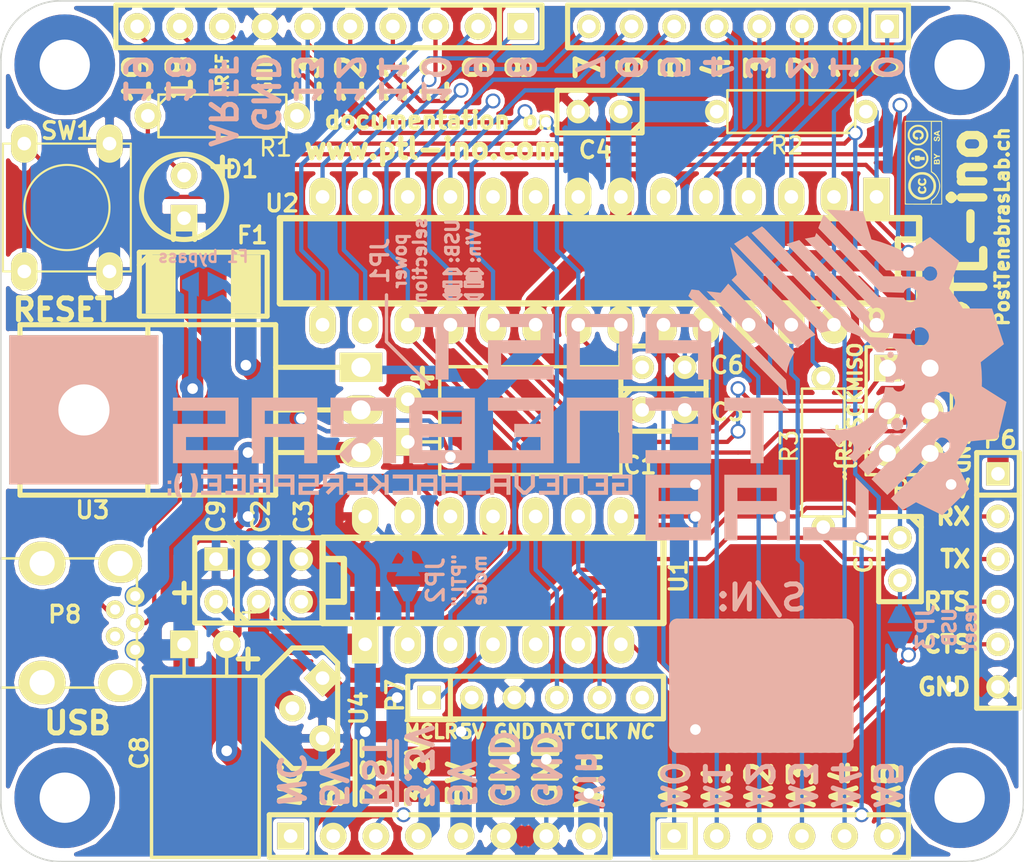
<source format=kicad_pcb>
(kicad_pcb (version 4) (host pcbnew 4.0.2-stable)
  (layers (0 F.Cu signal hide) (31 B.Cu signal hide) (34 B.Paste user hide) (35 F.Paste user hide) (36 B.SilkS user) (37 F.SilkS user hide) (38 B.Mask user hide) (39 F.Mask user hide) (44 Edge.Cuts user))
  (net 0 "")
  (net 1 +5V)
  (net 2 /0)
  (net 3 /1)
  (net 4 /10)
  (net 5 /11)
  (net 6 /12)
  (net 7 /13)
  (net 8 /14)
  (net 9 /15)
  (net 10 /16)
  (net 11 /17)
  (net 12 /18)
  (net 13 /19)
  (net 14 /2)
  (net 15 /3)
  (net 16 /4)
  (net 17 /5)
  (net 18 /6)
  (net 19 /7)
  (net 20 /8)
  (net 21 /9)
  (net 22 /AREF)
  (net 23 /D+)
  (net 24 /D-)
  (net 25 /ICSPCLK)
  (net 26 /ICSPDAT)
  (net 27 /PC_CTS)
  (net 28 /PC_RTS)
  (net 29 /PC_TXD)
  (net 30 /VIN)
  (net 31 /VUSB)
  (net 32 /~MCLR)
  (net 33 /~RST)
  (net 34 GND)
  (net 35 "Net-(C3-Pad1)")
  (net 36 "Net-(C7-Pad2)")
  (net 37 "Net-(D1-Pad1)")
  (net 38 "Net-(F1-Pad2)")
  (net 39 "Net-(JP1-Pad3)")
  (net 40 "Net-(JP2-Pad1)")
  (net 41 "Net-(P1-Pad1)")
  (net 42 "Net-(P7-Pad6)")
  (net 43 "Net-(P8-Pad4)")
  (net 44 "Net-(U1-Pad3)")
  (net 45 "Net-(U2-Pad10)")
  (net 46 +3V3)
  (module solder-jumper-3 (layer B.Cu) (at 226.695 150.495 90)
    (fp_text reference JP1 (at 8.255 -4.191 90) (layer B.SilkS) (effects (font (thickness 0.2)) (justify mirror)))
    (fp_text value JUMPER3 hide)
    (pad 1 smd trapezoid (at -1.54 0 90) (size 1 1) (rect_delta -0.5 0) (layers B.Cu B.Paste B.Mask) (net 38 "Net-(F1-Pad2)"))
    (pad 3 smd trapezoid (at 1.54 0 90) (size 1 1) (rect_delta 0.5 0) (layers B.Cu B.Paste B.Mask) (net 39 "Net-(JP1-Pad3)"))
    (pad 2 smd rect (at 0 0 90) (size 1.54 1.54) (layers B.Cu B.Paste B.Mask) (net 1 +5V))
  )
  (module PTL-ino:solder-jumper-2 (layer B.Cu) (at 253.492 164.084 90)
    (fp_text reference JP3 (at 0 1.524 90) (layer B.SilkS) (effects (font (thickness 0.2)) (justify mirror)))
    (fp_text value JUMPER hide)
    (pad 1 smd trapezoid (at -0.75 0 90) (size 1 1) (rect_delta -0.5 0) (layers B.Cu B.Paste B.Mask) (net 28 /PC_RTS))
    (pad 2 smd trapezoid (at 0.75 0 90) (size 1 1) (rect_delta 0.5 0) (layers B.Cu B.Paste B.Mask) (net 36 "Net-(C7-Pad2)"))
  )
  (module PTL (layer B.Cu) (at 259.842 139.192)
    (fp_text reference "" (at 0 0) (layer F.SilkS) (effects (font (thickness 0.2))))
    (fp_text value "" (at 0 0) (layer F.SilkS))
  )
  (module USB-mini-TH (layer F.Cu) (at 207.01 163.83)
    (fp_text reference P8 (at -3.302 -0.508) (layer F.SilkS) (effects (font (thickness 0.2))))
    (fp_text value CONN_5 hide)
    (pad 3 thru_hole circle (at 0.9 0) (size 1.1 1.1) (drill 0.6) (layers *.Cu *.Mask F.SilkS) (net 23 /D+))
    (pad 5 thru_hole circle (at 0.9 1.6) (size 1.1 1.1) (drill 0.6) (layers *.Cu *.Mask F.SilkS) (net 34 GND))
    (pad 4 thru_hole circle (at -0.3 0.8) (size 1.1 1.1) (drill 0.6) (layers *.Cu *.Mask F.SilkS) (net 43 "Net-(P8-Pad4)"))
    (pad 1 thru_hole circle (at 0.9 -1.6) (size 1.1 1.1) (drill 0.6) (layers *.Cu *.Mask F.SilkS) (net 31 /VUSB))
    (pad 2 thru_hole circle (at -0.3 -0.8) (size 1.1 1.1) (drill 0.6) (layers *.Cu *.Mask F.SilkS) (net 24 /D-))
    (pad "" thru_hole oval (at 0 -3.55) (size 2.6 2.3) (drill 1.5) (layers *.Cu *.Mask F.SilkS))
    (pad "" thru_hole oval (at 0 3.55) (size 2.6 2.3) (drill 1.5) (layers *.Cu *.Mask F.SilkS))
    (pad "" thru_hole oval (at -4.65 3.55) (size 2.8 2.6) (drill 1.5) (layers *.Cu *.Mask F.SilkS))
    (pad "" thru_hole oval (at -4.65 -3.55) (size 2.8 2.6) (drill 1.5) (layers *.Cu *.Mask F.SilkS))
  )
  (module R3-5 (layer F.Cu) (at 213.106 133.604)
    (fp_text reference R1 (at 3.175 1.905) (layer F.SilkS))
    (fp_text value 220)
    (pad 1 thru_hole circle (at -4.445 0) (size 1.588 1.588) (drill 0.8128) (layers *.Cu *.Mask F.SilkS) (net 37 "Net-(D1-Pad1)"))
    (pad 2 thru_hole circle (at 4.445 0) (size 1.588 1.588) (drill 0.8128) (layers *.Cu *.Mask F.SilkS) (net 7 /13))
  )
  (module LEDV (layer F.Cu) (at 210.82 138.43 270)
    (fp_text reference D1 (at -1.651 -3.429 360) (layer F.SilkS) (effects (font (thickness 0.2))))
    (fp_text value LED hide)
    (pad 1 thru_hole circle (at -1.27 0 270) (size 1.588 1.588) (drill 0.8128) (layers *.Cu *.Mask F.SilkS) (net 37 "Net-(D1-Pad1)"))
    (pad 2 thru_hole rect (at 1.27 0 270) (size 1.588 1.588) (drill 0.8128) (layers *.Cu *.Mask F.SilkS) (net 34 GND))
  )
  (module TO92 (layer F.Cu) (at 219.075 168.91 45)
    (fp_text reference U4 (at 1.526644 1.526644 90) (layer F.SilkS) (effects (font (thickness 0.2))))
    (fp_text value MCP1702-3302 hide)
    (pad 1 thru_hole rect (at 1.27 -1.27 45) (size 1.588 1.588) (drill 0.8128) (layers *.Cu *.Mask F.SilkS) (net 46 +3V3))
    (pad 2 thru_hole circle (at -1.27 -1.27 45) (size 1.588 1.588) (drill 0.8128) (layers *.Cu *.Mask F.SilkS) (net 1 +5V))
    (pad 3 thru_hole circle (at -1.27 1.27 45) (size 1.588 1.588) (drill 0.8128) (layers *.Cu *.Mask F.SilkS) (net 34 GND))
  )
  (module C1 (layer F.Cu) (at 239.395 151.13)
    (fp_text reference C5 (at 3.81 0.127) (layer F.SilkS) (effects (font (thickness 0.2))))
    (fp_text value 100n hide)
    (pad 1 thru_hole circle (at -1.27 0) (size 1.588 1.588) (drill 0.8128) (layers *.Cu *.Mask F.SilkS) (net 1 +5V))
    (pad 2 thru_hole circle (at 1.27 0) (size 1.588 1.588) (drill 0.8128) (layers *.Cu *.Mask F.SilkS) (net 34 GND))
  )
  (module pin_array_3x2 (layer F.Cu) (at 254.014 151.180013 270)
    (fp_text reference P5 (at 4.648987 0.014 360) (layer F.SilkS) (effects (font (thickness 0.2))))
    (fp_text value CONN_3X2 hide)
    (pad 1 thru_hole rect (at -2.54 1.27 270) (size 1.588 1.588) (drill 1.016) (layers *.Cu *.Mask F.SilkS) (net 6 /12))
    (pad 2 thru_hole circle (at -2.54 -1.27 270) (size 1.588 1.588) (drill 1.016) (layers *.Cu *.Mask F.SilkS) (net 1 +5V))
    (pad 3 thru_hole circle (at 0 1.27 270) (size 1.588 1.588) (drill 1.016) (layers *.Cu *.Mask F.SilkS) (net 7 /13))
    (pad 4 thru_hole circle (at 0 -1.27 270) (size 1.588 1.588) (drill 1.016) (layers *.Cu *.Mask F.SilkS) (net 5 /11))
    (pad 5 thru_hole circle (at 2.54 1.27 270) (size 1.588 1.588) (drill 1.016) (layers *.Cu *.Mask F.SilkS) (net 33 /~RST))
    (pad 6 thru_hole circle (at 2.54 -1.27 270) (size 1.588 1.588) (drill 1.016) (layers *.Cu *.Mask F.SilkS) (net 34 GND))
  )
  (module SIL-10 (layer F.Cu) (at 219.456 128.27 180)
    (fp_text reference P3 hide)
    (fp_text value CONN_10 hide)
    (pad 1 thru_hole rect (at -11.43 0 180) (size 1.588 1.588) (drill 0.8128) (layers *.Cu *.Mask F.SilkS) (net 20 /8))
    (pad 2 thru_hole circle (at -8.89 0 180) (size 1.588 1.588) (drill 0.8128) (layers *.Cu *.Mask F.SilkS) (net 21 /9))
    (pad 3 thru_hole circle (at -6.35 0 180) (size 1.588 1.588) (drill 0.8128) (layers *.Cu *.Mask F.SilkS) (net 4 /10))
    (pad 4 thru_hole circle (at -3.81 0 180) (size 1.588 1.588) (drill 0.8128) (layers *.Cu *.Mask F.SilkS) (net 5 /11))
    (pad 5 thru_hole circle (at -1.27 0 180) (size 1.588 1.588) (drill 0.8128) (layers *.Cu *.Mask F.SilkS) (net 6 /12))
    (pad 6 thru_hole circle (at 1.27 0 180) (size 1.588 1.588) (drill 0.8128) (layers *.Cu *.Mask F.SilkS) (net 7 /13))
    (pad 7 thru_hole circle (at 3.81 0 180) (size 1.588 1.588) (drill 0.8128) (layers *.Cu *.Mask F.SilkS) (net 34 GND))
    (pad 8 thru_hole circle (at 6.35 0 180) (size 1.588 1.588) (drill 0.8128) (layers *.Cu *.Mask F.SilkS) (net 22 /AREF))
    (pad 9 thru_hole circle (at 8.89 0 180) (size 1.588 1.588) (drill 0.8128) (layers *.Cu *.Mask F.SilkS) (net 12 /18))
    (pad 10 thru_hole circle (at 11.43 0 180) (size 1.588 1.588) (drill 0.8128) (layers *.Cu *.Mask F.SilkS) (net 13 /19))
  )
  (module SIL-6 (layer F.Cu) (at 246.38 176.53)
    (fp_text reference P2 hide)
    (fp_text value CONN_6 hide)
    (pad 1 thru_hole rect (at -6.35 0) (size 1.588 1.588) (drill 0.8128) (layers *.Cu *.Mask F.SilkS) (net 8 /14))
    (pad 2 thru_hole circle (at -3.81 0) (size 1.588 1.588) (drill 0.8128) (layers *.Cu *.Mask F.SilkS) (net 9 /15))
    (pad 3 thru_hole circle (at -1.27 0) (size 1.588 1.588) (drill 0.8128) (layers *.Cu *.Mask F.SilkS) (net 10 /16))
    (pad 4 thru_hole circle (at 1.27 0) (size 1.588 1.588) (drill 0.8128) (layers *.Cu *.Mask F.SilkS) (net 11 /17))
    (pad 5 thru_hole circle (at 3.81 0) (size 1.588 1.588) (drill 0.8128) (layers *.Cu *.Mask F.SilkS) (net 12 /18))
    (pad 6 thru_hole circle (at 6.35 0) (size 1.588 1.588) (drill 0.8128) (layers *.Cu *.Mask F.SilkS) (net 13 /19))
  )
  (module SIL-8 (layer F.Cu) (at 226.06 176.53)
    (fp_text reference P1 hide)
    (fp_text value CONN_8 hide)
    (pad 1 thru_hole rect (at -8.89 0) (size 1.588 1.588) (drill 0.8128) (layers *.Cu *.Mask F.SilkS) (net 41 "Net-(P1-Pad1)"))
    (pad 2 thru_hole circle (at -6.35 0) (size 1.588 1.588) (drill 0.8128) (layers *.Cu *.Mask F.SilkS) (net 1 +5V))
    (pad 3 thru_hole circle (at -3.81 0) (size 1.588 1.588) (drill 0.8128) (layers *.Cu *.Mask F.SilkS) (net 33 /~RST))
    (pad 4 thru_hole circle (at -1.27 0) (size 1.588 1.588) (drill 0.8128) (layers *.Cu *.Mask F.SilkS) (net 46 +3V3))
    (pad 5 thru_hole circle (at 1.27 0) (size 1.588 1.588) (drill 0.8128) (layers *.Cu *.Mask F.SilkS) (net 1 +5V))
    (pad 6 thru_hole circle (at 3.81 0) (size 1.588 1.588) (drill 0.8128) (layers *.Cu *.Mask F.SilkS) (net 34 GND))
    (pad 7 thru_hole circle (at 6.35 0) (size 1.588 1.588) (drill 0.8128) (layers *.Cu *.Mask F.SilkS) (net 34 GND))
    (pad 8 thru_hole circle (at 8.89 0) (size 1.588 1.588) (drill 0.8128) (layers *.Cu *.Mask F.SilkS) (net 30 /VIN))
  )
  (module TO220 (layer F.Cu) (at 221.361 151.13 180)
    (fp_text reference U3 (at 16.002 -5.969 180) (layer F.SilkS) (effects (font (thickness 0.2))))
    (fp_text value LM7805 hide)
    (pad 1 thru_hole rect (at 0 2.54 180) (size 2.54 1.75) (drill 1.143) (layers *.Cu *.Mask F.SilkS) (net 39 "Net-(JP1-Pad3)"))
    (pad 2 thru_hole oval (at 0 -2.54 180) (size 2.54 1.75) (drill 1.143) (layers *.Cu *.Mask F.SilkS) (net 30 /VIN))
    (pad 3 thru_hole oval (at 0 0 180) (size 2.54 1.75) (drill 1.143) (layers *.Cu *.Mask F.SilkS) (net 34 GND))
    (pad 4 thru_hole rect (at 16.51 0 180) (size 8.89 8.89) (drill 3.048) (layers *.Cu *.SilkS *.Mask))
  )
  (module PTL-ino:C1 (layer F.Cu) (at 215.265 161.29 90)
    (fp_text reference C2 (at 3.81 0.127 90) (layer F.SilkS) (effects (font (thickness 0.2))))
    (fp_text value 100n hide)
    (pad 1 thru_hole circle (at -1.27 0 90) (size 1.397 1.397) (drill 0.8128) (layers *.Cu *.Mask F.SilkS) (net 1 +5V))
    (pad 2 thru_hole circle (at 1.27 0 90) (size 1.397 1.397) (drill 0.8128) (layers *.Cu *.Mask F.SilkS) (net 34 GND))
  )
  (module PTL-ino:C1 (layer F.Cu) (at 217.805 161.29 90)
    (fp_text reference C3 (at 3.81 0.127 90) (layer F.SilkS) (effects (font (thickness 0.2))))
    (fp_text value 220n hide)
    (pad 1 thru_hole circle (at -1.27 0 90) (size 1.397 1.397) (drill 0.8128) (layers *.Cu *.Mask F.SilkS) (net 35 "Net-(C3-Pad1)"))
    (pad 2 thru_hole circle (at 1.27 0 90) (size 1.397 1.397) (drill 0.8128) (layers *.Cu *.Mask F.SilkS) (net 34 GND))
  )
  (module PTL-ino:C1 (layer F.Cu) (at 235.585 133.35 180)
    (fp_text reference C4 (at 0.254 -2.286 180) (layer F.SilkS) (effects (font (thickness 0.2))))
    (fp_text value 100n hide)
    (pad 1 thru_hole circle (at -1.27 0 180) (size 1.397 1.397) (drill 0.8128) (layers *.Cu *.Mask F.SilkS) (net 1 +5V))
    (pad 2 thru_hole circle (at 1.27 0 180) (size 1.397 1.397) (drill 0.8128) (layers *.Cu *.Mask F.SilkS) (net 34 GND))
  )
  (module PTL-ino:C1 (layer F.Cu) (at 239.395 148.59)
    (fp_text reference C6 (at 3.81 -0.127) (layer F.SilkS) (effects (font (thickness 0.2))))
    (fp_text value 100n hide)
    (pad 1 thru_hole circle (at -1.27 0) (size 1.397 1.397) (drill 0.8128) (layers *.Cu *.Mask F.SilkS) (net 22 /AREF))
    (pad 2 thru_hole circle (at 1.27 0) (size 1.397 1.397) (drill 0.8128) (layers *.Cu *.Mask F.SilkS) (net 34 GND))
  )
  (module PTL-ino:C1 (layer F.Cu) (at 253.492 160.02 270)
    (fp_text reference C7 (at -0.127 2.159 270) (layer F.SilkS) (effects (font (thickness 0.2))))
    (fp_text value 100n hide)
    (pad 1 thru_hole circle (at -1.27 0 270) (size 1.397 1.397) (drill 0.8128) (layers *.Cu *.Mask F.SilkS) (net 33 /~RST))
    (pad 2 thru_hole circle (at 1.27 0 270) (size 1.397 1.397) (drill 0.8128) (layers *.Cu *.Mask F.SilkS) (net 36 "Net-(C7-Pad2)"))
  )
  (module PTL-ino:C1_pol (layer F.Cu) (at 212.725 161.29 270)
    (fp_text reference C9 (at -3.81 0 450) (layer F.SilkS) (effects (font (thickness 0.2))))
    (fp_text value 10u hide)
    (fp_text user + (at 1.905 -1.905 270) (layer F.SilkS))
    (pad 1 thru_hole rect (at -1.27 0 270) (size 1.397 1.397) (drill 0.8128) (layers *.Cu *.Mask F.SilkS) (net 34 GND))
    (pad 2 thru_hole circle (at 1.27 0 270) (size 1.397 1.397) (drill 0.8128) (layers *.Cu *.Mask F.SilkS) (net 46 +3V3))
  )
  (module PTL-ino:solder-jumper-2 (layer B.Cu) (at 224.155 161.29 90)
    (fp_text reference JP2 (at 0 1.651 90) (layer B.SilkS) (effects (font (thickness 0.2)) (justify mirror)))
    (fp_text value JUMPER hide)
    (pad 1 smd trapezoid (at -0.75 0 90) (size 1 1) (rect_delta -0.5 0) (layers B.Cu B.Paste B.Mask) (net 40 "Net-(JP2-Pad1)"))
    (pad 2 smd trapezoid (at 0.75 0 90) (size 1 1) (rect_delta 0.5 0) (layers B.Cu B.Paste B.Mask) (net 34 GND))
  )
  (module PTL-ino:SIL-8 (layer F.Cu) (at 243.84 128.27 180)
    (fp_text reference P4 hide)
    (fp_text value CONN_8 hide)
    (pad 1 thru_hole rect (at -8.89 0 180) (size 1.397 1.397) (drill 0.8128) (layers *.Cu *.Mask F.SilkS) (net 2 /0))
    (pad 2 thru_hole circle (at -6.35 0 180) (size 1.397 1.397) (drill 0.8128) (layers *.Cu *.Mask F.SilkS) (net 3 /1))
    (pad 3 thru_hole circle (at -3.81 0 180) (size 1.397 1.397) (drill 0.8128) (layers *.Cu *.Mask F.SilkS) (net 14 /2))
    (pad 4 thru_hole circle (at -1.27 0 180) (size 1.397 1.397) (drill 0.8128) (layers *.Cu *.Mask F.SilkS) (net 15 /3))
    (pad 5 thru_hole circle (at 1.27 0 180) (size 1.397 1.397) (drill 0.8128) (layers *.Cu *.Mask F.SilkS) (net 16 /4))
    (pad 6 thru_hole circle (at 3.81 0 180) (size 1.397 1.397) (drill 0.8128) (layers *.Cu *.Mask F.SilkS) (net 17 /5))
    (pad 7 thru_hole circle (at 6.35 0 180) (size 1.397 1.397) (drill 0.8128) (layers *.Cu *.Mask F.SilkS) (net 18 /6))
    (pad 8 thru_hole circle (at 8.89 0 180) (size 1.397 1.397) (drill 0.8128) (layers *.Cu *.Mask F.SilkS) (net 19 /7))
  )
  (module PTL-ino:SIL-6 (layer F.Cu) (at 259.334 161.29 270)
    (fp_text reference P6 (at -8.382 -0.127 360) (layer F.SilkS) (effects (font (thickness 0.2))))
    (fp_text value CONN_6 hide)
    (pad 1 thru_hole rect (at -6.35 0 270) (size 1.397 1.397) (drill 0.8128) (layers *.Cu *.Mask F.SilkS) (net 1 +5V))
    (pad 2 thru_hole circle (at -3.81 0 270) (size 1.397 1.397) (drill 0.8128) (layers *.Cu *.Mask F.SilkS) (net 3 /1))
    (pad 3 thru_hole circle (at -1.27 0 270) (size 1.397 1.397) (drill 0.8128) (layers *.Cu *.Mask F.SilkS) (net 29 /PC_TXD))
    (pad 4 thru_hole circle (at 1.27 0 270) (size 1.397 1.397) (drill 0.8128) (layers *.Cu *.Mask F.SilkS) (net 28 /PC_RTS))
    (pad 5 thru_hole circle (at 3.81 0 270) (size 1.397 1.397) (drill 0.8128) (layers *.Cu *.Mask F.SilkS) (net 27 /PC_CTS))
    (pad 6 thru_hole circle (at 6.35 0 270) (size 1.397 1.397) (drill 0.8128) (layers *.Cu *.Mask F.SilkS) (net 34 GND))
  )
  (module PTL-ino:SIL-6 (layer F.Cu) (at 231.775 168.275)
    (fp_text reference P7 (at -8.382 -0.127 90) (layer F.SilkS) (effects (font (thickness 0.2))))
    (fp_text value CONN_6 hide)
    (pad 1 thru_hole rect (at -6.35 0) (size 1.397 1.397) (drill 0.8128) (layers *.Cu *.Mask F.SilkS) (net 32 /~MCLR))
    (pad 2 thru_hole circle (at -3.81 0) (size 1.397 1.397) (drill 0.8128) (layers *.Cu *.Mask F.SilkS) (net 1 +5V))
    (pad 3 thru_hole circle (at -1.27 0) (size 1.397 1.397) (drill 0.8128) (layers *.Cu *.Mask F.SilkS) (net 34 GND))
    (pad 4 thru_hole circle (at 1.27 0) (size 1.397 1.397) (drill 0.8128) (layers *.Cu *.Mask F.SilkS) (net 26 /ICSPDAT))
    (pad 5 thru_hole circle (at 3.81 0) (size 1.397 1.397) (drill 0.8128) (layers *.Cu *.Mask F.SilkS) (net 25 /ICSPCLK))
    (pad 6 thru_hole circle (at 6.35 0) (size 1.397 1.397) (drill 0.8128) (layers *.Cu *.Mask F.SilkS) (net 42 "Net-(P7-Pad6)"))
  )
  (module Discret:R3-5 (layer F.Cu) (at 247.015 133.35 180)
    (fp_text reference R2 (at 0.254 -2.032 180) (layer F.SilkS))
    (fp_text value 4k7)
    (pad 1 thru_hole circle (at -4.445 0 180) (size 1.397 1.397) (drill 0.8128) (layers *.Cu *.Mask F.SilkS) (net 33 /~RST))
    (pad 2 thru_hole circle (at 4.445 0 180) (size 1.397 1.397) (drill 0.8128) (layers *.Cu *.Mask F.SilkS) (net 1 +5V))
  )
  (module Discret:R3-5 (layer F.Cu) (at 248.92 153.67 270)
    (fp_text reference R3 (at -0.381 2.032 270) (layer F.SilkS))
    (fp_text value 4k7)
    (pad 1 thru_hole circle (at -4.445 0 270) (size 1.397 1.397) (drill 0.8128) (layers *.Cu *.Mask F.SilkS) (net 2 /0))
    (pad 2 thru_hole circle (at 4.445 0 270) (size 1.397 1.397) (drill 0.8128) (layers *.Cu *.Mask F.SilkS) (net 29 /PC_TXD))
  )
  (module PTL-ino:SW_PUSH_SMALL (layer F.Cu) (at 203.835 139.065 90)
    (fp_text reference SW1 (at 4.572 0 180) (layer F.SilkS) (effects (font (thickness 0.2))))
    (fp_text value SW_PUSH hide)
    (pad 1 thru_hole oval (at 3.81 -2.54 90) (size 2.286 1.5748) (drill 0.8128) (layers *.Cu *.Mask F.SilkS) (net 33 /~RST))
    (pad 2 thru_hole oval (at 3.81 2.54 90) (size 2.286 1.5748) (drill 0.8128) (layers *.Cu *.Mask F.SilkS) (net 34 GND))
    (pad 1 thru_hole oval (at -3.81 -2.54 90) (size 2.286 1.5748) (drill 0.8128) (layers *.Cu *.Mask F.SilkS) (net 33 /~RST))
    (pad 2 thru_hole oval (at -3.81 2.54 90) (size 2.286 1.5748) (drill 0.8128) (layers *.Cu *.Mask F.SilkS) (net 34 GND))
  )
  (module PTL-ino:DIP-14__300_ELL (layer F.Cu) (at 229.235 161.29)
    (fp_text reference U1 (at 11.049 -0.254 90) (layer F.SilkS) (effects (font (thickness 0.2))))
    (fp_text value PIC16F1455 hide)
    (pad 1 thru_hole rect (at -7.62 3.81) (size 1.5748 2.286) (drill 0.8128) (layers *.Cu *.Mask F.SilkS) (net 1 +5V))
    (pad 2 thru_hole oval (at -5.08 3.81) (size 1.5748 2.286) (drill 0.8128) (layers *.Cu *.Mask F.SilkS) (net 40 "Net-(JP2-Pad1)"))
    (pad 3 thru_hole oval (at -2.54 3.81) (size 1.5748 2.286) (drill 0.8128) (layers *.Cu *.Mask F.SilkS) (net 44 "Net-(U1-Pad3)"))
    (pad 4 thru_hole oval (at 0 3.81) (size 1.5748 2.286) (drill 0.8128) (layers *.Cu *.Mask F.SilkS) (net 32 /~MCLR))
    (pad 5 thru_hole oval (at 2.54 3.81) (size 1.5748 2.286) (drill 0.8128) (layers *.Cu *.Mask F.SilkS) (net 3 /1))
    (pad 6 thru_hole oval (at 5.08 3.81) (size 1.5748 2.286) (drill 0.8128) (layers *.Cu *.Mask F.SilkS) (net 29 /PC_TXD))
    (pad 7 thru_hole oval (at 7.62 3.81) (size 1.5748 2.286) (drill 0.8128) (layers *.Cu *.Mask F.SilkS) (net 28 /PC_RTS))
    (pad 8 thru_hole oval (at 7.62 -3.81) (size 1.5748 2.286) (drill 0.8128) (layers *.Cu *.Mask F.SilkS) (net 27 /PC_CTS))
    (pad 9 thru_hole oval (at 5.08 -3.81) (size 1.5748 2.286) (drill 0.8128) (layers *.Cu *.Mask F.SilkS) (net 25 /ICSPCLK))
    (pad 10 thru_hole oval (at 2.54 -3.81) (size 1.5748 2.286) (drill 0.8128) (layers *.Cu *.Mask F.SilkS) (net 26 /ICSPDAT))
    (pad 11 thru_hole oval (at 0 -3.81) (size 1.5748 2.286) (drill 0.8128) (layers *.Cu *.Mask F.SilkS) (net 35 "Net-(C3-Pad1)"))
    (pad 12 thru_hole oval (at -2.54 -3.81) (size 1.5748 2.286) (drill 0.8128) (layers *.Cu *.Mask F.SilkS) (net 24 /D-))
    (pad 13 thru_hole oval (at -5.08 -3.81) (size 1.5748 2.286) (drill 0.8128) (layers *.Cu *.Mask F.SilkS) (net 23 /D+))
    (pad 14 thru_hole oval (at -7.62 -3.81) (size 1.5748 2.286) (drill 0.8128) (layers *.Cu *.Mask F.SilkS) (net 34 GND))
  )
  (module PTL-ino:DIP-28__300_ELL (layer F.Cu) (at 235.585 142.24 180)
    (fp_text reference U2 (at 18.923 3.429 360) (layer F.SilkS) (effects (font (thickness 0.2))))
    (fp_text value ATmega328 hide)
    (pad 2 thru_hole oval (at -13.97 3.81 180) (size 1.5748 2.286) (drill 0.8128) (layers *.Cu *.Mask F.SilkS) (net 2 /0))
    (pad 3 thru_hole oval (at -11.43 3.81 180) (size 1.5748 2.286) (drill 0.8128) (layers *.Cu *.Mask F.SilkS) (net 3 /1))
    (pad 4 thru_hole oval (at -8.89 3.81 180) (size 1.5748 2.286) (drill 0.8128) (layers *.Cu *.Mask F.SilkS) (net 14 /2))
    (pad 5 thru_hole oval (at -6.35 3.81 180) (size 1.5748 2.286) (drill 0.8128) (layers *.Cu *.Mask F.SilkS) (net 15 /3))
    (pad 6 thru_hole oval (at -3.81 3.81 180) (size 1.5748 2.286) (drill 0.8128) (layers *.Cu *.Mask F.SilkS) (net 16 /4))
    (pad 7 thru_hole oval (at -1.27 3.81 180) (size 1.5748 2.286) (drill 0.8128) (layers *.Cu *.Mask F.SilkS) (net 1 +5V))
    (pad 8 thru_hole oval (at 1.27 3.81 180) (size 1.5748 2.286) (drill 0.8128) (layers *.Cu *.Mask F.SilkS) (net 34 GND))
    (pad 9 thru_hole oval (at 3.81 3.81 180) (size 1.5748 2.286) (drill 0.8128) (layers *.Cu *.Mask F.SilkS) (net 44 "Net-(U1-Pad3)"))
    (pad 10 thru_hole oval (at 6.35 3.81 180) (size 1.5748 2.286) (drill 0.8128) (layers *.Cu *.Mask F.SilkS) (net 45 "Net-(U2-Pad10)"))
    (pad 11 thru_hole oval (at 8.89 3.81 180) (size 1.5748 2.286) (drill 0.8128) (layers *.Cu *.Mask F.SilkS) (net 17 /5))
    (pad 12 thru_hole oval (at 11.43 3.81 180) (size 1.5748 2.286) (drill 0.8128) (layers *.Cu *.Mask F.SilkS) (net 18 /6))
    (pad 13 thru_hole oval (at 13.97 3.81 180) (size 1.5748 2.286) (drill 0.8128) (layers *.Cu *.Mask F.SilkS) (net 19 /7))
    (pad 14 thru_hole oval (at 16.51 3.81 180) (size 1.5748 2.286) (drill 0.8128) (layers *.Cu *.Mask F.SilkS) (net 20 /8))
    (pad 1 thru_hole rect (at -16.51 3.81 180) (size 1.5748 2.286) (drill 0.8128) (layers *.Cu *.Mask F.SilkS) (net 33 /~RST))
    (pad 15 thru_hole oval (at 16.51 -3.81 180) (size 1.5748 2.286) (drill 0.8128) (layers *.Cu *.Mask F.SilkS) (net 21 /9))
    (pad 16 thru_hole oval (at 13.97 -3.81 180) (size 1.5748 2.286) (drill 0.8128) (layers *.Cu *.Mask F.SilkS) (net 4 /10))
    (pad 17 thru_hole oval (at 11.43 -3.81 180) (size 1.5748 2.286) (drill 0.8128) (layers *.Cu *.Mask F.SilkS) (net 5 /11))
    (pad 18 thru_hole oval (at 8.89 -3.81 180) (size 1.5748 2.286) (drill 0.8128) (layers *.Cu *.Mask F.SilkS) (net 6 /12))
    (pad 19 thru_hole oval (at 6.35 -3.81 180) (size 1.5748 2.286) (drill 0.8128) (layers *.Cu *.Mask F.SilkS) (net 7 /13))
    (pad 20 thru_hole oval (at 3.81 -3.81 180) (size 1.5748 2.286) (drill 0.8128) (layers *.Cu *.Mask F.SilkS) (net 1 +5V))
    (pad 21 thru_hole oval (at 1.27 -3.81 180) (size 1.5748 2.286) (drill 0.8128) (layers *.Cu *.Mask F.SilkS) (net 22 /AREF))
    (pad 22 thru_hole oval (at -1.27 -3.81 180) (size 1.5748 2.286) (drill 0.8128) (layers *.Cu *.Mask F.SilkS) (net 34 GND))
    (pad 23 thru_hole oval (at -3.81 -3.81 180) (size 1.5748 2.286) (drill 0.8128) (layers *.Cu *.Mask F.SilkS) (net 8 /14))
    (pad 24 thru_hole oval (at -6.35 -3.81 180) (size 1.5748 2.286) (drill 0.8128) (layers *.Cu *.Mask F.SilkS) (net 9 /15))
    (pad 25 thru_hole oval (at -8.89 -3.81 180) (size 1.5748 2.286) (drill 0.8128) (layers *.Cu *.Mask F.SilkS) (net 10 /16))
    (pad 26 thru_hole oval (at -11.43 -3.81 180) (size 1.5748 2.286) (drill 0.8128) (layers *.Cu *.Mask F.SilkS) (net 11 /17))
    (pad 27 thru_hole oval (at -13.97 -3.81 180) (size 1.5748 2.286) (drill 0.8128) (layers *.Cu *.Mask F.SilkS) (net 12 /18))
    (pad 28 thru_hole oval (at -16.51 -3.81 180) (size 1.5748 2.286) (drill 0.8128) (layers *.Cu *.Mask F.SilkS) (net 13 /19))
  )
  (module PTL-ino:mounting-hole-3mm (layer F.Cu) (at 203.708 130.556)
    (fp_text reference "mouting hole 3mm" hide)
    (fp_text value VAL** hide)
    (pad "" thru_hole circle (at 0 0) (size 6 6) (drill 3) (layers *.Cu *.Mask))
  )
  (module PTL-ino:mounting-hole-3mm (layer F.Cu) (at 257.048 130.556)
    (fp_text reference "mouting hole 3mm" hide)
    (fp_text value VAL** hide)
    (pad "" thru_hole circle (at 0 0) (size 6 6) (drill 3) (layers *.Cu *.Mask))
  )
  (module PTL-ino:mounting-hole-3mm (layer F.Cu) (at 203.708 174.244)
    (fp_text reference "mouting hole 3mm" hide)
    (fp_text value VAL** hide)
    (pad "" thru_hole circle (at 0 0) (size 6 6) (drill 3) (layers *.Cu *.Mask))
  )
  (module PTL-ino:mounting-hole-3mm (layer F.Cu) (at 257.048 174.244)
    (fp_text reference "mouting hole 3mm" hide)
    (fp_text value VAL** hide)
    (pad "" thru_hole circle (at 0 0) (size 6 6) (drill 3) (layers *.Cu *.Mask))
  )
  (module PTL-ino:PTL_mini (layer F.Cu) (at 240.792 159.766)
    (fp_text reference "" (at 0 0) (layer F.SilkS))
    (fp_text value "" (at 0 0) (layer F.SilkS))
  )
  (module PTL-ino:C1V7H (layer F.Cu) (at 224.155 151.765 90)
    (fp_text reference C1 (at -2.667 13.843 180) (layer F.SilkS) (effects (font (thickness 0.2))))
    (fp_text value 10u hide)
    (fp_text user + (at 2.54 0.762 90) (layer F.SilkS) (effects (font (thickness 0.3048))))
    (pad 2 thru_hole rect (at -1.27 0 90) (size 1.651 1.651) (drill 0.8128) (layers *.Cu *.Mask F.SilkS) (net 34 GND))
    (pad 1 thru_hole circle (at 1.27 0 90) (size 1.651 1.651) (drill 0.8128) (layers *.Cu *.Mask F.SilkS) (net 1 +5V))
  )
  (module PTL-ino:C1V7H (layer F.Cu) (at 212.09 165.1)
    (fp_text reference C8 (at -3.937 6.477 90) (layer F.SilkS) (effects (font (thickness 0.2))))
    (fp_text value 10u hide)
    (fp_text user + (at 2.54 0.762) (layer F.SilkS) (effects (font (thickness 0.3048))))
    (pad 2 thru_hole rect (at -1.27 0) (size 1.651 1.651) (drill 0.8128) (layers *.Cu *.Mask F.SilkS) (net 34 GND))
    (pad 1 thru_hole circle (at 1.27 0) (size 1.651 1.651) (drill 0.8128) (layers *.Cu *.Mask F.SilkS) (net 30 /VIN))
  )
  (module PTL-ino:Logo_silk_CC-BY-SA_5x2mm (layer F.Cu) (at 254.889 136.398 90)
    (fp_text reference CCBYSA hide)
    (fp_text value LOGO hide)
  )
  (module PTL-ino:F1 (layer F.Cu) (at 211.963 143.637)
    (fp_text reference F1 (at 2.921 -2.921) (layer F.SilkS) (effects (font (thickness 0.2))))
    (fp_text value F_Small hide)
    (fp_text user "F1 bypass" (at 0 -1.651) (layer B.SilkS) (effects (font (size 0.7 0.7)) (justify mirror)))
    (pad 1 smd rect (at -2.54 0) (size 1.78 3.5) (layers F.Cu F.SilkS F.Mask) (net 31 /VUSB))
    (pad 2 smd rect (at 2.54 0) (size 1.78 3.5) (layers F.Cu F.SilkS F.Mask) (net 38 "Net-(F1-Pad2)"))
    (pad 1 smd trapezoid (at -0.762 0) (size 1 1) (rect_delta -0.5 0) (layers B.Cu B.Paste B.Mask) (net 31 /VUSB))
    (pad 2 smd trapezoid (at 0.762 0) (size 1 1) (rect_delta 0.5 0) (layers B.Cu B.Paste B.Mask) (net 38 "Net-(F1-Pad2)"))
  )
  (gr_text "documentation on" (at 226.0092 133.858) (layer F.SilkS) (effects (font (size 1 1) (thickness 0.25))))
  (gr_text www.ptl-ino.com (at 225.6536 135.5598) (layer F.SilkS) (effects (font (size 1.2 1.2) (thickness 0.3))))
  (gr_text + (at 210.82 161.925) (layer F.SilkS) (effects (font (size 1.5 1.5) (thickness 0.3))))
  (gr_text S/N: (at 245.23 162.32) (layer B.SilkS) (effects (font (size 1.5 1.5) (thickness 0.3)) (justify mirror)))
  (gr_line (start 240.23 164.07) (end 240.23 171.07) (angle 90) (layer B.SilkS) (width 1))
  (gr_line (start 240.73 164.07) (end 240.73 171.07) (angle 90) (layer B.SilkS) (width 1))
  (gr_line (start 241.23 164.07) (end 241.23 171.07) (angle 90) (layer B.SilkS) (width 1))
  (gr_line (start 241.73 164.07) (end 241.73 171.07) (angle 90) (layer B.SilkS) (width 1))
  (gr_line (start 242.23 164.07) (end 242.23 171.07) (angle 90) (layer B.SilkS) (width 1))
  (gr_line (start 242.73 164.07) (end 242.73 171.07) (angle 90) (layer B.SilkS) (width 1))
  (gr_line (start 243.23 164.07) (end 243.23 171.07) (angle 90) (layer B.SilkS) (width 1))
  (gr_line (start 243.73 164.07) (end 243.73 171.07) (angle 90) (layer B.SilkS) (width 1))
  (gr_line (start 244.23 164.07) (end 244.23 171.07) (angle 90) (layer B.SilkS) (width 1))
  (gr_line (start 244.73 164.07) (end 244.73 171.07) (angle 90) (layer B.SilkS) (width 1))
  (gr_line (start 245.23 164.07) (end 245.23 171.07) (angle 90) (layer B.SilkS) (width 1))
  (gr_line (start 245.73 164.07) (end 245.73 171.07) (angle 90) (layer B.SilkS) (width 1))
  (gr_line (start 246.23 164.07) (end 246.23 171.07) (angle 90) (layer B.SilkS) (width 1))
  (gr_line (start 246.73 164.07) (end 246.73 171.07) (angle 90) (layer B.SilkS) (width 1))
  (gr_line (start 247.23 164.07) (end 247.23 171.07) (angle 90) (layer B.SilkS) (width 1))
  (gr_line (start 247.73 164.07) (end 247.73 171.07) (angle 90) (layer B.SilkS) (width 1))
  (gr_line (start 248.23 164.07) (end 248.23 171.07) (angle 90) (layer B.SilkS) (width 1))
  (gr_line (start 248.73 164.07) (end 248.73 171.07) (angle 90) (layer B.SilkS) (width 1))
  (gr_line (start 249.23 164.07) (end 249.23 171.07) (angle 90) (layer B.SilkS) (width 1))
  (gr_line (start 249.73 164.07) (end 249.73 171.07) (angle 90) (layer B.SilkS) (width 1))
  (gr_line (start 250.23 164.07) (end 250.23 171.07) (angle 90) (layer B.SilkS) (width 1))
  (gr_line (start 240.23 164.07) (end 250.23 164.07) (layer B.SilkS) (width 1))
  (gr_line (start 240.23 171.07) (end 250.23 171.07) (layer B.SilkS) (width 1))
  (gr_text "USB\nreset" (at 257.048 164.084 90) (layer B.SilkS) (effects (font (size 0.75 0.75) (thickness 0.1875)) (justify mirror)))
  (gr_text "\"PTL\"\nmode" (at 227.838 161.29 90) (layer B.SilkS) (effects (font (size 0.75 0.75) (thickness 0.1875)) (justify mirror)))
  (gr_line (start 226.568 144.018) (end 227.076 144.018) (angle 90) (layer B.SilkS) (width 0.5))
  (gr_line (start 227.838 143.256) (end 228.346 143.256) (angle 90) (layer B.SilkS) (width 0.5))
  (gr_line (start 227.838 142.748) (end 228.346 142.748) (angle 90) (layer B.SilkS) (width 0.2))
  (gr_line (start 228.346 142.748) (end 228.6 143.002) (angle 90) (layer B.SilkS) (width 0.2))
  (gr_line (start 228.6 143.002) (end 227.584 143.002) (angle 90) (layer B.SilkS) (width 0.2))
  (gr_line (start 227.584 143.002) (end 227.838 142.748) (angle 90) (layer B.SilkS) (width 0.2))
  (gr_line (start 227.584 143.51) (end 228.6 143.51) (angle 90) (layer B.SilkS) (width 0.2))
  (gr_line (start 228.6 143.51) (end 228.6 143.764) (angle 90) (layer B.SilkS) (width 0.2))
  (gr_line (start 228.6 143.764) (end 227.584 143.764) (angle 90) (layer B.SilkS) (width 0.2))
  (gr_line (start 227.584 143.764) (end 227.584 143.51) (angle 90) (layer B.SilkS) (width 0.2))
  (gr_line (start 227.584 144.272) (end 228.6 144.272) (angle 90) (layer B.SilkS) (width 0.2))
  (gr_line (start 228.6 144.272) (end 228.346 144.526) (angle 90) (layer B.SilkS) (width 0.2))
  (gr_line (start 228.346 144.526) (end 227.838 144.526) (angle 90) (layer B.SilkS) (width 0.2))
  (gr_line (start 227.838 144.526) (end 227.584 144.272) (angle 90) (layer B.SilkS) (width 0.2))
  (gr_line (start 226.568 144.526) (end 226.314 144.272) (angle 90) (layer B.SilkS) (width 0.2))
  (gr_line (start 227.076 144.526) (end 226.568 144.526) (angle 90) (layer B.SilkS) (width 0.2))
  (gr_line (start 227.33 144.272) (end 227.076 144.526) (angle 90) (layer B.SilkS) (width 0.2))
  (gr_line (start 226.314 144.272) (end 227.33 144.272) (angle 90) (layer B.SilkS) (width 0.2))
  (gr_line (start 226.314 143.764) (end 226.314 143.51) (angle 90) (layer B.SilkS) (width 0.2))
  (gr_line (start 227.33 143.764) (end 226.314 143.764) (angle 90) (layer B.SilkS) (width 0.2))
  (gr_line (start 227.33 143.51) (end 227.33 143.764) (angle 90) (layer B.SilkS) (width 0.2))
  (gr_line (start 226.314 143.51) (end 227.33 143.51) (angle 90) (layer B.SilkS) (width 0.2))
  (gr_line (start 226.314 143.002) (end 226.568 142.748) (angle 90) (layer B.SilkS) (width 0.2))
  (gr_line (start 227.33 143.002) (end 226.314 143.002) (angle 90) (layer B.SilkS) (width 0.2))
  (gr_line (start 227.076 142.748) (end 227.33 143.002) (angle 90) (layer B.SilkS) (width 0.2))
  (gr_line (start 226.568 142.748) (end 227.076 142.748) (angle 90) (layer B.SilkS) (width 0.2))
  (gr_text Vin: (at 228.092 142.494 90) (layer B.SilkS) (effects (font (size 0.75 0.75) (thickness 0.1875)) (justify right mirror)))
  (gr_text USB: (at 226.822 142.494 90) (layer B.SilkS) (effects (font (size 0.75 0.75) (thickness 0.1875)) (justify right mirror)))
  (gr_text "power\nselection" (at 224.282 142.24 90) (layer B.SilkS) (effects (font (size 0.75 0.75) (thickness 0.1875)) (justify mirror)))
  (gr_line (start 222.885 147.066) (end 222.885 144.272) (angle 90) (layer B.SilkS) (width 0.2))
  (gr_line (start 225.425 149.606) (end 222.885 147.066) (angle 90) (layer B.SilkS) (width 0.2))
  (gr_text USB (at 204.47 169.799) (layer F.SilkS) (effects (font (size 1.3 1.3) (thickness 0.3))))
  (gr_text RESET (at 203.581 145.161) (layer F.SilkS) (effects (font (size 1.3 1.3) (thickness 0.3))))
  (gr_text + (at 213.106 136.525) (layer F.SilkS) (effects (font (size 1.5 1.5) (thickness 0.3))))
  (gr_text GND (at 232.41 175.006 90) (layer F.SilkS) (effects (font (size 1.4 1.4) (thickness 0.3)) (justify left)))
  (gr_text NC (at 237.998 170.307) (layer F.SilkS) (effects (font (size 0.8 0.8) (thickness 0.2) italic)))
  (gr_text ~MCLR (at 225.552 170.307) (layer F.SilkS) (effects (font (size 0.8 0.8) (thickness 0.2))))
  (gr_text 5V (at 227.965 170.307) (layer F.SilkS) (effects (font (size 0.8 0.8) (thickness 0.2))))
  (gr_text CLK (at 235.585 170.307) (layer F.SilkS) (effects (font (size 0.8 0.8) (thickness 0.2))))
  (gr_text DAT (at 233.045 170.307) (layer F.SilkS) (effects (font (size 0.8 0.8) (thickness 0.2))))
  (gr_text GND (at 230.505 170.307) (layer F.SilkS) (effects (font (size 0.8 0.8) (thickness 0.2))))
  (gr_text "~RST\n" (at 250.825 153.67 90) (layer F.SilkS) (effects (font (size 0.8 0.8) (thickness 0.2))))
  (gr_text SCK (at 250.825 151.13 90) (layer F.SilkS) (effects (font (size 0.8 0.8) (thickness 0.2))))
  (gr_text MISO (at 250.825 148.59 90) (layer F.SilkS) (effects (font (size 0.8 0.8) (thickness 0.2))))
  (gr_text PostTenebrasLab.ch (at 259.588 140.208 90) (layer F.SilkS) (effects (font (size 0.8 0.8) (thickness 0.2))))
  (gr_text GND (at 257.175 153.67 270) (layer F.SilkS) (effects (font (size 0.8 0.8) (thickness 0.2))))
  (gr_text MOSI (at 257.175 151.13 270) (layer F.SilkS) (effects (font (size 0.8 0.8) (thickness 0.2))))
  (gr_text 5V (at 257.175 148.717 270) (layer F.SilkS) (effects (font (size 0.8 0.8) (thickness 0.2))))
  (gr_text GND (at 257.81 167.64) (layer F.SilkS) (effects (font (size 1 1) (thickness 0.25)) (justify right)))
  (gr_text CTS (at 257.81 165.1) (layer F.SilkS) (effects (font (size 1 1) (thickness 0.25)) (justify right)))
  (gr_text "RTS\n" (at 257.81 162.56) (layer F.SilkS) (effects (font (size 1 1) (thickness 0.25)) (justify right)))
  (gr_text TX (at 257.81 160.02) (layer F.SilkS) (effects (font (size 1 1) (thickness 0.25)) (justify right)))
  (gr_text RX (at 257.81 157.48) (layer F.SilkS) (effects (font (size 1 1) (thickness 0.25)) (justify right)))
  (gr_text 5V (at 257.81 155.829) (layer F.SilkS) (effects (font (size 1 1) (thickness 0.25)) (justify right)))
  (gr_text PTL-ino (at 257.556 140.462 90) (layer F.SilkS) (effects (font (size 2 2) (thickness 0.5))))
  (gr_text A5 (at 252.73 175.006 270) (layer B.SilkS) (effects (font (size 1.5 1.5) (thickness 0.3)) (justify left mirror)))
  (gr_text A4 (at 250.19 175.006 270) (layer B.SilkS) (effects (font (size 1.5 1.5) (thickness 0.3)) (justify left mirror)))
  (gr_text A3 (at 247.65 175.006 270) (layer B.SilkS) (effects (font (size 1.5 1.5) (thickness 0.3)) (justify left mirror)))
  (gr_text A2 (at 245.11 175.006 270) (layer B.SilkS) (effects (font (size 1.5 1.5) (thickness 0.3)) (justify left mirror)))
  (gr_text A1 (at 242.57 175.006 270) (layer B.SilkS) (effects (font (size 1.5 1.5) (thickness 0.3)) (justify left mirror)))
  (gr_text A0 (at 240.03 175.006 270) (layer B.SilkS) (effects (font (size 1.5 1.5) (thickness 0.3)) (justify left mirror)))
  (gr_text Vin (at 234.95 175.006 270) (layer B.SilkS) (effects (font (size 1.5 1.5) (thickness 0.3)) (justify left mirror)))
  (gr_text GND (at 232.41 175.006 270) (layer B.SilkS) (effects (font (size 1.5 1.5) (thickness 0.3)) (justify left mirror)))
  (gr_text GND (at 229.87 175.006 270) (layer B.SilkS) (effects (font (size 1.5 1.5) (thickness 0.3)) (justify left mirror)))
  (gr_text 5V (at 227.33 175.006 270) (layer B.SilkS) (effects (font (size 1.5 1.5) (thickness 0.3)) (justify left mirror)))
  (gr_text 3.3V (at 224.79 175.006 270) (layer B.SilkS) (effects (font (size 1.5 1.5) (thickness 0.3)) (justify left mirror)))
  (gr_text ~RST (at 222.25 175.006 270) (layer B.SilkS) (effects (font (size 1.5 1.5) (thickness 0.3)) (justify left mirror)))
  (gr_text 5V (at 219.71 175.006 270) (layer B.SilkS) (effects (font (size 1.5 1.5) (thickness 0.3)) (justify left mirror)))
  (gr_text NC (at 217.17 175.006 270) (layer B.SilkS) (effects (font (size 1.5 1.5) (thickness 0.3) italic) (justify left mirror)))
  (gr_text 0 (at 252.73 129.794 270) (layer B.SilkS) (effects (font (size 1.5 1.5) (thickness 0.3)) (justify right mirror)))
  (gr_text 1 (at 250.19 129.794 270) (layer B.SilkS) (effects (font (size 1.5 1.5) (thickness 0.3)) (justify right mirror)))
  (gr_text 2 (at 247.65 129.794 270) (layer B.SilkS) (effects (font (size 1.5 1.5) (thickness 0.3)) (justify right mirror)))
  (gr_text 3 (at 245.11 129.794 270) (layer B.SilkS) (effects (font (size 1.5 1.5) (thickness 0.3)) (justify right mirror)))
  (gr_text 4 (at 242.57 129.794 270) (layer B.SilkS) (effects (font (size 1.5 1.5) (thickness 0.3)) (justify right mirror)))
  (gr_text 5 (at 240.03 129.794 270) (layer B.SilkS) (effects (font (size 1.5 1.5) (thickness 0.3)) (justify right mirror)))
  (gr_text 6 (at 237.49 129.794 270) (layer B.SilkS) (effects (font (size 1.5 1.5) (thickness 0.3)) (justify right mirror)))
  (gr_text 7 (at 234.95 129.794 270) (layer B.SilkS) (effects (font (size 1.5 1.5) (thickness 0.3)) (justify right mirror)))
  (gr_text 8 (at 230.886 129.794 270) (layer B.SilkS) (effects (font (size 1.5 1.5) (thickness 0.3)) (justify right mirror)))
  (gr_text 9 (at 228.346 129.794 270) (layer B.SilkS) (effects (font (size 1.5 1.5) (thickness 0.3)) (justify right mirror)))
  (gr_text 10 (at 225.806 129.794 270) (layer B.SilkS) (effects (font (size 1.5 1.5) (thickness 0.3)) (justify right mirror)))
  (gr_text 11 (at 223.266 129.794 270) (layer B.SilkS) (effects (font (size 1.5 1.5) (thickness 0.3)) (justify right mirror)))
  (gr_text 12 (at 220.726 129.794 270) (layer B.SilkS) (effects (font (size 1.5 1.5) (thickness 0.3)) (justify right mirror)))
  (gr_text 13 (at 218.186 129.794 270) (layer B.SilkS) (effects (font (size 1.5 1.5) (thickness 0.3)) (justify right mirror)))
  (gr_text GND (at 215.646 129.794 270) (layer B.SilkS) (effects (font (size 1.5 1.5) (thickness 0.3)) (justify right mirror)))
  (gr_text AREF (at 213.106 129.794 270) (layer B.SilkS) (effects (font (size 1.5 1.5) (thickness 0.3)) (justify right mirror)))
  (gr_text 18 (at 210.566 129.794 270) (layer B.SilkS) (effects (font (size 1.5 1.5) (thickness 0.3)) (justify right mirror)))
  (gr_text 19 (at 208.026 129.794 270) (layer B.SilkS) (effects (font (size 1.5 1.5) (thickness 0.3)) (justify right mirror)))
  (gr_text NC (at 217.17 175.006 90) (layer F.SilkS) (effects (font (size 1.2 1.2) (thickness 0.3) italic) (justify left)))
  (gr_text 5V (at 219.71 175.006 90) (layer F.SilkS) (effects (font (size 1.2 1.2) (thickness 0.3)) (justify left)))
  (gr_text ~RST (at 222.25 175.006 90) (layer F.SilkS) (effects (font (size 1.5 1.5) (thickness 0.3)) (justify left)))
  (gr_text 3.3V (at 224.79 175.006 90) (layer F.SilkS) (effects (font (size 1.3 1.3) (thickness 0.3)) (justify left)))
  (gr_text 5V (at 227.33 175.006 90) (layer F.SilkS) (effects (font (size 1.5 1.5) (thickness 0.3)) (justify left)))
  (gr_text GND (at 229.87 175.006 90) (layer F.SilkS) (effects (font (size 1.4 1.4) (thickness 0.3)) (justify left)))
  (gr_text Vin (at 234.95 175.006 90) (layer F.SilkS) (effects (font (size 1.5 1.5) (thickness 0.3)) (justify left)))
  (gr_text A0 (at 240.03 175.006 90) (layer F.SilkS) (effects (font (size 1.5 1.5) (thickness 0.3)) (justify left)))
  (gr_text A1 (at 242.57 175.006 90) (layer F.SilkS) (effects (font (size 1.5 1.5) (thickness 0.3)) (justify left)))
  (gr_text A2 (at 245.11 175.006 90) (layer F.SilkS) (effects (font (size 1.5 1.5) (thickness 0.3)) (justify left)))
  (gr_text A3 (at 247.65 175.006 90) (layer F.SilkS) (effects (font (size 1.5 1.5) (thickness 0.3)) (justify left)))
  (gr_text A4 (at 250.19 175.006 90) (layer F.SilkS) (effects (font (size 1.5 1.5) (thickness 0.3)) (justify left)))
  (gr_text A5 (at 252.73 175.006 90) (layer F.SilkS) (effects (font (size 1.5 1.5) (thickness 0.3)) (justify left)))
  (gr_text 19 (at 208.026 129.794 90) (layer F.SilkS) (effects (font (size 1.5 1.5) (thickness 0.3)) (justify right)))
  (gr_text 18 (at 210.566 129.794 90) (layer F.SilkS) (effects (font (size 1.4 1.4) (thickness 0.3)) (justify right)))
  (gr_text AREF (at 213.106 129.794 90) (layer F.SilkS) (effects (font (size 0.7 0.7) (thickness 0.175)) (justify right)))
  (gr_text GND (at 215.646 129.794 90) (layer F.SilkS) (effects (font (size 0.8 0.8) (thickness 0.2)) (justify right)))
  (gr_text 13 (at 218.186 129.794 90) (layer F.SilkS) (effects (font (size 1.5 1.5) (thickness 0.3)) (justify right)))
  (gr_text 12 (at 220.726 129.794 90) (layer F.SilkS) (effects (font (size 1.5 1.5) (thickness 0.3)) (justify right)))
  (gr_text 11 (at 223.266 129.794 90) (layer F.SilkS) (effects (font (size 1.5 1.5) (thickness 0.3)) (justify right)))
  (gr_text 10 (at 225.806 129.794 90) (layer F.SilkS) (effects (font (size 1.5 1.5) (thickness 0.3)) (justify right)))
  (gr_text 9 (at 228.346 129.794 90) (layer F.SilkS) (effects (font (size 1.5 1.5) (thickness 0.3)) (justify right)))
  (gr_text 8 (at 230.886 129.794 90) (layer F.SilkS) (effects (font (size 1.5 1.5) (thickness 0.3)) (justify right)))
  (gr_text 7 (at 234.95 129.794 90) (layer F.SilkS) (effects (font (size 1.5 1.5) (thickness 0.3)) (justify right)))
  (gr_text 6 (at 237.49 129.794 90) (layer F.SilkS) (effects (font (size 1.5 1.5) (thickness 0.3)) (justify right)))
  (gr_text 5 (at 240.03 129.794 90) (layer F.SilkS) (effects (font (size 1.5 1.5) (thickness 0.3)) (justify right)))
  (gr_text 4 (at 242.57 129.794 90) (layer F.SilkS) (effects (font (size 1.5 1.5) (thickness 0.3)) (justify right)))
  (gr_text 3 (at 245.11 129.794 90) (layer F.SilkS) (effects (font (size 1.5 1.5) (thickness 0.3)) (justify right)))
  (gr_text 2 (at 247.65 129.794 90) (layer F.SilkS) (effects (font (size 1.5 1.5) (thickness 0.3)) (justify right)))
  (gr_text 1 (at 250.19 129.794 90) (layer F.SilkS) (effects (font (size 1.5 1.5) (thickness 0.3)) (justify right)))
  (gr_text 0 (at 252.73 129.794 90) (layer F.SilkS) (effects (font (size 1.5 1.5) (thickness 0.3)) (justify right)))
  (gr_line (start 199.898 174.498) (end 199.898 130.302) (angle 90) (layer Edge.Cuts) (width 0.1))
  (gr_line (start 203.454 178.054) (end 257.302 178.054) (angle 90) (layer Edge.Cuts) (width 0.1))
  (gr_arc (start 203.454 174.498) (end 203.454 178.054) (angle 90) (layer Edge.Cuts) (width 0.1))
  (gr_line (start 260.858 174.498) (end 260.858 130.302) (angle 90) (layer Edge.Cuts) (width 0.1))
  (gr_arc (start 257.302 174.498) (end 260.858 174.498) (angle 90) (layer Edge.Cuts) (width 0.1))
  (gr_arc (start 257.302 130.302) (end 257.302 126.746) (angle 90) (layer Edge.Cuts) (width 0.1))
  (gr_line (start 203.454 126.746) (end 257.302 126.746) (angle 90) (layer Edge.Cuts) (width 0.1))
  (gr_arc (start 203.454 130.302) (end 199.898 130.302) (angle 90) (layer Edge.Cuts) (width 0.1))
  (segment (start 220.218 155.448) (end 220.599 155.829) (width 0.254) (layer B.Cu) (net 1))
  (segment (start 220.599 155.829) (end 222.377 155.829) (width 0.254) (layer B.Cu) (net 1))
  (segment (start 222.377 155.829) (end 222.758 155.448) (width 0.254) (layer B.Cu) (net 1))
  (segment (start 222.758 155.448) (end 223.139 155.448) (width 0.254) (layer B.Cu) (net 1))
  (segment (start 222.504 155.067) (end 220.472 155.067) (width 0.254) (layer B.Cu) (net 1))
  (segment (start 220.472 155.067) (end 220.218 155.321) (width 0.254) (layer B.Cu) (net 1))
  (segment (start 220.218 155.321) (end 220.218 155.448) (width 0.254) (layer B.Cu) (net 1))
  (segment (start 223.139 155.448) (end 222.885 155.448) (width 0.254) (layer B.Cu) (net 1))
  (segment (start 222.885 155.448) (end 222.504 155.067) (width 0.254) (layer B.Cu) (net 1))
  (segment (start 223.139 155.448) (end 220.218 155.448) (width 0.508) (layer B.Cu) (net 1))
  (segment (start 223.139 155.448) (end 223.266 155.321) (width 1.27) (layer B.Cu) (net 1))
  (segment (start 219.202 156.464) (end 220.218 155.448) (width 1.27) (layer B.Cu) (net 1))
  (segment (start 219.202 156.972) (end 219.202 156.464) (width 1.27) (layer B.Cu) (net 1))
  (segment (start 217.278949 168.91) (end 215.9 167.531051) (width 1.27) (layer F.Cu) (net 1))
  (segment (start 215.9 167.531051) (end 215.9 165.1) (width 1.27) (layer F.Cu) (net 1))
  (segment (start 221.615 160.655) (end 221.615 165.1) (width 1.27) (layer B.Cu) (net 1))
  (segment (start 221.615 160.655) (end 219.202 158.242) (width 1.27) (layer B.Cu) (net 1))
  (segment (start 219.202 158.242) (end 219.202 156.972) (width 1.27) (layer B.Cu) (net 1))
  (segment (start 219.202 156.972) (end 219.202 156.845) (width 1.27) (layer B.Cu) (net 1))
  (segment (start 231.775 147.32) (end 231.775 146.05) (width 1.27) (layer B.Cu) (net 1))
  (segment (start 221.615 170.307) (end 221.615 173.99) (width 1.27) (layer B.Cu) (net 1))
  (segment (start 219.71 175.895) (end 221.615 173.99) (width 1.27) (layer B.Cu) (net 1))
  (segment (start 219.71 175.895) (end 219.71 176.53) (width 1.27) (layer B.Cu) (net 1))
  (segment (start 227.965 168.275) (end 227.965 169.672) (width 1.27) (layer B.Cu) (net 1))
  (segment (start 227.965 169.672) (end 227.33 170.307) (width 1.27) (layer B.Cu) (net 1))
  (segment (start 227.33 176.53) (end 227.33 170.307) (width 1.27) (layer B.Cu) (net 1))
  (segment (start 221.615 170.307) (end 221.615 165.1) (width 1.27) (layer B.Cu) (net 1))
  (via (at 221.615 170.307) (size 0.889) (layers F.Cu B.Cu) (net 1))
  (segment (start 227.33 170.307) (end 221.615 170.307) (width 1.27) (layer F.Cu) (net 1))
  (via (at 227.33 170.307) (size 0.889) (layers F.Cu B.Cu) (net 1))
  (segment (start 236.855 133.35) (end 241.935 133.35) (width 1.27) (layer B.Cu) (net 1))
  (segment (start 236.855 138.43) (end 236.855 133.35) (width 1.27) (layer B.Cu) (net 1))
  (segment (start 259.334 154.94) (end 259.334 150.749) (width 1.27) (layer F.Cu) (net 1))
  (segment (start 257.225013 148.640013) (end 255.284 148.640013) (width 1.27) (layer F.Cu) (net 1))
  (segment (start 259.334 150.749) (end 257.225013 148.640013) (width 1.27) (layer F.Cu) (net 1))
  (segment (start 255.284 148.640013) (end 255.284 146.064) (width 1.27) (layer F.Cu) (net 1))
  (segment (start 251.46 142.24) (end 234.315 142.24) (width 1.27) (layer F.Cu) (net 1))
  (segment (start 255.284 146.064) (end 251.46 142.24) (width 1.27) (layer F.Cu) (net 1))
  (segment (start 221.615 165.1) (end 219.71 165.1) (width 1.27) (layer F.Cu) (net 1))
  (segment (start 219.71 165.1) (end 215.9 165.1) (width 1.27) (layer F.Cu) (net 1))
  (segment (start 215.9 165.1) (end 215.265 165.1) (width 1.27) (layer F.Cu) (net 1))
  (segment (start 215.265 165.1) (end 215.265 162.56) (width 1.27) (layer F.Cu) (net 1))
  (segment (start 238.125 151.13) (end 236.22 151.13) (width 1.27) (layer F.Cu) (net 1))
  (segment (start 236.855 139.065) (end 236.855 139.7) (width 1.27) (layer F.Cu) (net 1))
  (segment (start 236.855 139.7) (end 234.315 142.24) (width 1.27) (layer F.Cu) (net 1))
  (segment (start 234.315 142.24) (end 231.775 144.78) (width 1.27) (layer F.Cu) (net 1))
  (segment (start 231.775 146.685) (end 231.775 146.05) (width 1.27) (layer F.Cu) (net 1))
  (segment (start 236.22 151.13) (end 231.775 146.685) (width 1.27) (layer F.Cu) (net 1))
  (segment (start 231.775 144.78) (end 231.775 145.415) (width 1.27) (layer F.Cu) (net 1))
  (segment (start 231.775 147.32) (end 228.6 150.495) (width 1.27) (layer B.Cu) (net 1))
  (segment (start 223.266 155.321) (end 228.6 155.321) (width 1.27) (layer B.Cu) (net 1))
  (segment (start 228.6 153.035) (end 228.6 150.495) (width 1.27) (layer B.Cu) (net 1))
  (segment (start 228.6 155.321) (end 228.6 153.035) (width 1.27) (layer B.Cu) (net 1))
  (segment (start 224.155 150.495) (end 226.695 150.495) (width 0.254) (layer B.Cu) (net 1))
  (segment (start 224.155 150.495) (end 228.6 150.495) (width 1.27) (layer B.Cu) (net 1))
  (segment (start 248.285 146.812) (end 248.285 148.209) (width 0.254) (layer B.Cu) (net 2))
  (segment (start 249.555 141.605) (end 248.285 142.875) (width 0.254) (layer B.Cu) (net 2))
  (segment (start 248.285 142.875) (end 248.285 146.812) (width 0.254) (layer B.Cu) (net 2))
  (segment (start 249.555 138.43) (end 249.555 141.605) (width 0.254) (layer B.Cu) (net 2))
  (segment (start 248.285 148.209) (end 248.666 148.59) (width 0.254) (layer B.Cu) (net 2))
  (segment (start 252.73 128.27) (end 252.73 130.175) (width 0.254) (layer B.Cu) (net 2))
  (segment (start 252.73 130.175) (end 249.555 133.35) (width 0.254) (layer B.Cu) (net 2))
  (segment (start 249.555 133.35) (end 249.555 138.43) (width 0.254) (layer B.Cu) (net 2))
  (segment (start 250.952 157.48) (end 250.444 156.972) (width 0.254) (layer F.Cu) (net 3))
  (segment (start 246.38 157.48) (end 247.142 157.48) (width 0.254) (layer F.Cu) (net 3))
  (segment (start 250.952 157.48) (end 259.334 157.48) (width 0.254) (layer F.Cu) (net 3))
  (segment (start 247.396 157.48) (end 247.142 157.48) (width 0.254) (layer F.Cu) (net 3))
  (segment (start 247.904 156.972) (end 247.396 157.48) (width 0.254) (layer F.Cu) (net 3))
  (segment (start 250.444 156.972) (end 247.904 156.972) (width 0.254) (layer F.Cu) (net 3))
  (segment (start 238.76 158.75) (end 236.855 160.655) (width 0.254) (layer F.Cu) (net 3))
  (segment (start 243.205 157.48) (end 241.935 158.75) (width 0.254) (layer F.Cu) (net 3))
  (segment (start 241.935 158.75) (end 238.76 158.75) (width 0.254) (layer F.Cu) (net 3))
  (segment (start 246.38 157.48) (end 243.205 157.48) (width 0.254) (layer F.Cu) (net 3))
  (segment (start 231.775 163.195) (end 231.775 165.1) (width 0.254) (layer F.Cu) (net 3))
  (segment (start 234.315 160.655) (end 231.775 163.195) (width 0.254) (layer F.Cu) (net 3))
  (segment (start 236.855 160.655) (end 234.315 160.655) (width 0.254) (layer F.Cu) (net 3))
  (segment (start 246.38 157.48) (end 246.38 157.48) (width 0.254) (layer F.Cu) (net 3))
  (segment (start 246.38 149.225) (end 246.38 153.67) (width 0.254) (layer B.Cu) (net 3))
  (segment (start 245.745 148.59) (end 246.38 149.225) (width 0.254) (layer B.Cu) (net 3))
  (segment (start 247.015 141.605) (end 245.745 142.875) (width 0.254) (layer B.Cu) (net 3))
  (segment (start 245.745 142.875) (end 245.745 148.59) (width 0.254) (layer B.Cu) (net 3))
  (segment (start 247.015 138.43) (end 247.015 141.605) (width 0.254) (layer B.Cu) (net 3))
  (segment (start 247.015 134.747) (end 247.015 138.43) (width 0.254) (layer B.Cu) (net 3))
  (segment (start 250.19 131.572) (end 247.015 134.747) (width 0.254) (layer B.Cu) (net 3))
  (segment (start 250.19 128.27) (end 250.19 131.572) (width 0.254) (layer B.Cu) (net 3))
  (segment (start 246.38 157.48) (end 246.38 153.67) (width 0.254) (layer B.Cu) (net 3))
  (via (at 246.38 157.48) (size 0.889) (layers F.Cu B.Cu) (net 3))
  (segment (start 225.806 129.54) (end 225.806 131.064) (width 0.254) (layer F.Cu) (net 4))
  (segment (start 225.425 131.445) (end 225.425 131.445) (width 0.254) (layer F.Cu) (net 4))
  (segment (start 225.425 131.445) (end 221.615 135.255) (width 0.254) (layer B.Cu) (net 4))
  (segment (start 220.345 136.525) (end 221.615 135.255) (width 0.254) (layer B.Cu) (net 4))
  (via (at 225.425 131.445) (size 0.889) (layers F.Cu B.Cu) (net 4))
  (segment (start 225.806 131.064) (end 225.425 131.445) (width 0.254) (layer F.Cu) (net 4))
  (segment (start 225.806 128.27) (end 225.806 129.54) (width 0.254) (layer F.Cu) (net 4))
  (segment (start 225.806 129.54) (end 225.806 129.794) (width 0.254) (layer F.Cu) (net 4))
  (segment (start 221.615 142.875) (end 220.345 141.605) (width 0.254) (layer B.Cu) (net 4))
  (segment (start 220.345 141.605) (end 220.345 136.525) (width 0.254) (layer B.Cu) (net 4))
  (segment (start 221.615 142.875) (end 221.615 146.05) (width 0.254) (layer B.Cu) (net 4))
  (segment (start 255.284 151.180013) (end 255.219987 151.180013) (width 0.254) (layer F.Cu) (net 5))
  (segment (start 224.155 146.685) (end 224.155 146.05) (width 0.254) (layer F.Cu) (net 5))
  (segment (start 224.155 146.685) (end 231.14 153.67) (width 0.254) (layer F.Cu) (net 5))
  (segment (start 243.84 153.67) (end 231.14 153.67) (width 0.254) (layer F.Cu) (net 5))
  (segment (start 245.11 153.67) (end 243.84 153.67) (width 0.254) (layer F.Cu) (net 5))
  (segment (start 246.38 152.4) (end 245.11 153.67) (width 0.254) (layer F.Cu) (net 5))
  (segment (start 254 152.4) (end 246.38 152.4) (width 0.254) (layer F.Cu) (net 5))
  (segment (start 255.219987 151.180013) (end 254 152.4) (width 0.254) (layer F.Cu) (net 5))
  (segment (start 223.266 128.27) (end 223.266 131.064) (width 0.254) (layer F.Cu) (net 5))
  (segment (start 226.695 132.715) (end 227.33 132.08) (width 0.254) (layer F.Cu) (net 5))
  (segment (start 224.917 132.715) (end 226.695 132.715) (width 0.254) (layer F.Cu) (net 5))
  (segment (start 223.266 131.064) (end 224.917 132.715) (width 0.254) (layer F.Cu) (net 5))
  (segment (start 222.885 136.525) (end 227.33 132.08) (width 0.254) (layer B.Cu) (net 5))
  (via (at 227.33 132.08) (size 0.889) (layers F.Cu B.Cu) (net 5))
  (segment (start 222.885 136.525) (end 222.885 139.065) (width 0.254) (layer B.Cu) (net 5))
  (segment (start 224.155 142.875) (end 222.885 141.605) (width 0.254) (layer B.Cu) (net 5))
  (segment (start 222.885 141.605) (end 222.885 139.065) (width 0.254) (layer B.Cu) (net 5))
  (segment (start 224.155 142.875) (end 224.155 146.05) (width 0.254) (layer B.Cu) (net 5))
  (segment (start 252.744 148.640013) (end 252.679987 148.640013) (width 0.254) (layer F.Cu) (net 6))
  (segment (start 251.206 150.622) (end 244.602 150.622) (width 0.254) (layer F.Cu) (net 6))
  (segment (start 244.602 150.622) (end 243.84 149.86) (width 0.254) (layer F.Cu) (net 6))
  (segment (start 252.679987 148.640013) (end 251.206 150.622) (width 0.254) (layer F.Cu) (net 6))
  (segment (start 243.205 153.035) (end 243.84 152.4) (width 0.254) (layer F.Cu) (net 6))
  (via (at 243.84 152.4) (size 0.889) (layers F.Cu B.Cu) (net 6))
  (segment (start 243.84 152.4) (end 243.84 149.86) (width 0.254) (layer B.Cu) (net 6))
  (via (at 243.84 149.86) (size 0.889) (layers F.Cu B.Cu) (net 6))
  (segment (start 243.205 153.035) (end 233.045 153.035) (width 0.254) (layer F.Cu) (net 6))
  (segment (start 226.695 146.685) (end 233.045 153.035) (width 0.254) (layer F.Cu) (net 6))
  (segment (start 226.695 146.05) (end 226.695 146.685) (width 0.254) (layer F.Cu) (net 6))
  (segment (start 220.726 128.27) (end 220.726 129.54) (width 0.254) (layer F.Cu) (net 6))
  (segment (start 220.726 129.54) (end 222.631 131.445) (width 0.254) (layer F.Cu) (net 6))
  (segment (start 224.536 133.35) (end 224.536 133.35) (width 0.254) (layer F.Cu) (net 6))
  (segment (start 228.6 133.35) (end 224.536 133.35) (width 0.254) (layer F.Cu) (net 6))
  (segment (start 229.235 132.715) (end 228.6 133.35) (width 0.254) (layer F.Cu) (net 6))
  (via (at 229.235 132.715) (size 0.889) (layers F.Cu B.Cu) (net 6))
  (segment (start 225.425 136.525) (end 229.235 132.715) (width 0.254) (layer B.Cu) (net 6))
  (segment (start 225.425 141.605) (end 225.425 136.525) (width 0.254) (layer B.Cu) (net 6))
  (segment (start 224.536 133.35) (end 222.631 131.445) (width 0.254) (layer F.Cu) (net 6))
  (segment (start 226.695 142.875) (end 226.695 146.05) (width 0.254) (layer B.Cu) (net 6))
  (segment (start 226.695 142.875) (end 225.425 141.605) (width 0.254) (layer B.Cu) (net 6))
  (segment (start 218.186 128.27) (end 218.186 133.604) (width 0.254) (layer B.Cu) (net 7))
  (segment (start 252.744 151.180013) (end 243.789987 151.180013) (width 0.254) (layer F.Cu) (net 7))
  (segment (start 229.235 146.685) (end 229.235 146.05) (width 0.254) (layer F.Cu) (net 7))
  (segment (start 229.235 146.685) (end 234.95 152.4) (width 0.254) (layer F.Cu) (net 7))
  (segment (start 242.57 152.4) (end 234.95 152.4) (width 0.254) (layer F.Cu) (net 7))
  (segment (start 243.789987 151.180013) (end 242.57 152.4) (width 0.254) (layer F.Cu) (net 7))
  (segment (start 229.235 142.875) (end 227.965 141.605) (width 0.254) (layer B.Cu) (net 7))
  (segment (start 227.965 141.605) (end 227.965 136.525) (width 0.254) (layer B.Cu) (net 7))
  (segment (start 227.965 136.525) (end 231.14 133.35) (width 0.254) (layer B.Cu) (net 7))
  (via (at 231.14 133.35) (size 0.889) (layers F.Cu B.Cu) (net 7))
  (segment (start 229.235 142.875) (end 229.235 146.05) (width 0.254) (layer B.Cu) (net 7))
  (segment (start 222.885 133.985) (end 230.505 133.985) (width 0.254) (layer F.Cu) (net 7))
  (segment (start 230.505 133.985) (end 230.632 133.858) (width 0.254) (layer F.Cu) (net 7))
  (segment (start 220.726 131.826) (end 222.885 133.985) (width 0.254) (layer F.Cu) (net 7))
  (segment (start 222.885 133.985) (end 222.758 133.858) (width 0.254) (layer F.Cu) (net 7))
  (segment (start 231.14 133.35) (end 230.505 133.985) (width 0.254) (layer F.Cu) (net 7))
  (segment (start 218.186 128.27) (end 218.186 129.286) (width 0.254) (layer F.Cu) (net 7))
  (segment (start 218.186 129.286) (end 220.726 131.826) (width 0.254) (layer F.Cu) (net 7))
  (segment (start 240.03 166.878) (end 240.03 176.53) (width 0.254) (layer B.Cu) (net 8))
  (segment (start 239.395 146.05) (end 239.395 166.243) (width 0.254) (layer B.Cu) (net 8))
  (segment (start 239.395 166.243) (end 240.03 166.878) (width 0.254) (layer B.Cu) (net 8))
  (segment (start 241.935 146.05) (end 241.935 145.923) (width 0.254) (layer B.Cu) (net 9))
  (segment (start 242.57 146.685) (end 242.57 176.53) (width 0.254) (layer B.Cu) (net 9))
  (segment (start 241.935 145.923) (end 242.57 146.685) (width 0.254) (layer B.Cu) (net 9))
  (segment (start 245.0465 149.1615) (end 245.11 176.53) (width 0.254) (layer B.Cu) (net 10))
  (segment (start 245.11 176.53) (end 245.11 174.625) (width 0.254) (layer B.Cu) (net 10))
  (segment (start 244.475 146.05) (end 244.4115 148.5265) (width 0.254) (layer B.Cu) (net 10))
  (segment (start 244.4115 148.5265) (end 245.0465 149.1615) (width 0.254) (layer B.Cu) (net 10))
  (segment (start 247.015 146.05) (end 247.015 148.971) (width 0.254) (layer B.Cu) (net 11))
  (segment (start 247.65 160.274) (end 247.396 160.02) (width 0.254) (layer B.Cu) (net 11))
  (segment (start 247.396 160.02) (end 247.396 156.972) (width 0.254) (layer B.Cu) (net 11))
  (segment (start 247.65 160.274) (end 247.65 176.53) (width 0.254) (layer B.Cu) (net 11))
  (segment (start 247.396 149.352) (end 247.396 156.972) (width 0.254) (layer B.Cu) (net 11))
  (segment (start 247.015 148.971) (end 247.396 149.352) (width 0.254) (layer B.Cu) (net 11))
  (segment (start 210.566 128.27) (end 210.566 128.651) (width 0.254) (layer F.Cu) (net 12))
  (segment (start 210.566 128.651) (end 217.17 135.255) (width 0.254) (layer F.Cu) (net 12))
  (segment (start 250.19 135.255) (end 250.825 134.62) (width 0.254) (layer F.Cu) (net 12))
  (segment (start 231.775 135.255) (end 217.17 135.255) (width 0.254) (layer F.Cu) (net 12))
  (segment (start 250.19 135.255) (end 231.775 135.255) (width 0.254) (layer F.Cu) (net 12))
  (segment (start 249.555 142.875) (end 249.555 146.05) (width 0.254) (layer B.Cu) (net 12))
  (segment (start 250.825 141.605) (end 249.555 142.875) (width 0.254) (layer B.Cu) (net 12))
  (segment (start 250.825 134.62) (end 250.825 141.605) (width 0.254) (layer B.Cu) (net 12))
  (via (at 250.825 134.62) (size 0.889) (layers F.Cu B.Cu) (net 12))
  (segment (start 250.19 176.53) (end 250.19 146.685) (width 0.254) (layer B.Cu) (net 12))
  (segment (start 249.555 146.05) (end 249.555 146.05) (width 0.254) (layer B.Cu) (net 12))
  (segment (start 250.19 146.685) (end 249.555 146.05) (width 0.254) (layer B.Cu) (net 12))
  (segment (start 210.566 128.27) (end 210.566 128.651) (width 0.254) (layer F.Cu) (net 12))
  (segment (start 252.73 176.53) (end 252.222 176.022) (width 0.254) (layer B.Cu) (net 13))
  (segment (start 252.095 146.685) (end 250.825 147.955) (width 0.254) (layer B.Cu) (net 13))
  (segment (start 250.825 147.955) (end 250.825 154.94) (width 0.254) (layer B.Cu) (net 13))
  (segment (start 250.825 154.94) (end 252.222 156.337) (width 0.254) (layer B.Cu) (net 13))
  (segment (start 252.222 156.337) (end 252.222 176.022) (width 0.254) (layer B.Cu) (net 13))
  (segment (start 252.095 146.685) (end 252.095 146.05) (width 0.254) (layer B.Cu) (net 13))
  (via (at 253.492 132.969) (size 0.889) (layers F.Cu B.Cu) (net 13))
  (segment (start 249.555 135.89) (end 252.73 135.89) (width 0.254) (layer F.Cu) (net 13))
  (segment (start 252.73 135.89) (end 253.492 132.969) (width 0.254) (layer F.Cu) (net 13))
  (segment (start 245.745 135.89) (end 215.265 135.89) (width 0.254) (layer F.Cu) (net 13))
  (segment (start 208.026 128.651) (end 215.265 135.89) (width 0.254) (layer F.Cu) (net 13))
  (segment (start 208.026 128.27) (end 208.026 128.651) (width 0.254) (layer F.Cu) (net 13))
  (segment (start 245.745 135.89) (end 249.555 135.89) (width 0.254) (layer F.Cu) (net 13))
  (segment (start 252.095 142.367) (end 252.095 146.05) (width 0.254) (layer B.Cu) (net 13))
  (segment (start 253.365 141.097) (end 252.095 142.367) (width 0.254) (layer B.Cu) (net 13))
  (segment (start 253.492 132.969) (end 253.365 141.097) (width 0.254) (layer B.Cu) (net 13))
  (segment (start 244.475 136.017) (end 244.475 138.43) (width 0.254) (layer B.Cu) (net 14))
  (segment (start 247.65 128.27) (end 247.65 132.842) (width 0.254) (layer B.Cu) (net 14))
  (segment (start 247.65 132.842) (end 244.475 136.017) (width 0.254) (layer B.Cu) (net 14))
  (segment (start 241.935 137.287) (end 241.935 138.43) (width 0.254) (layer B.Cu) (net 15))
  (segment (start 245.11 128.27) (end 245.11 134.112) (width 0.254) (layer B.Cu) (net 15))
  (segment (start 245.11 134.112) (end 241.935 137.287) (width 0.254) (layer B.Cu) (net 15))
  (segment (start 242.57 128.27) (end 243.713 129.159) (width 0.254) (layer B.Cu) (net 16))
  (segment (start 243.713 134.366) (end 239.395 138.43) (width 0.254) (layer B.Cu) (net 16))
  (segment (start 243.713 129.159) (end 243.713 134.366) (width 0.254) (layer B.Cu) (net 16))
  (segment (start 226.695 138.43) (end 226.695 136.525) (width 0.254) (layer B.Cu) (net 17))
  (segment (start 236.855 131.445) (end 236.22 132.08) (width 0.254) (layer B.Cu) (net 17))
  (segment (start 236.22 132.08) (end 231.14 132.08) (width 0.254) (layer B.Cu) (net 17))
  (segment (start 236.855 131.445) (end 240.03 128.27) (width 0.254) (layer B.Cu) (net 17))
  (segment (start 229.87 133.35) (end 231.14 132.08) (width 0.254) (layer B.Cu) (net 17))
  (segment (start 226.695 136.525) (end 229.87 133.35) (width 0.254) (layer B.Cu) (net 17))
  (segment (start 224.155 136.525) (end 224.155 138.43) (width 0.254) (layer B.Cu) (net 18))
  (segment (start 229.235 131.445) (end 224.155 136.525) (width 0.254) (layer B.Cu) (net 18))
  (segment (start 234.315 131.445) (end 229.235 131.445) (width 0.254) (layer B.Cu) (net 18))
  (segment (start 237.49 128.27) (end 235.585 130.175) (width 0.254) (layer B.Cu) (net 18))
  (segment (start 235.585 130.175) (end 234.315 131.445) (width 0.254) (layer B.Cu) (net 18))
  (segment (start 221.615 136.525) (end 221.615 138.43) (width 0.254) (layer B.Cu) (net 19))
  (segment (start 227.33 130.81) (end 232.41 130.81) (width 0.254) (layer B.Cu) (net 19))
  (segment (start 234.95 128.27) (end 232.41 130.81) (width 0.254) (layer B.Cu) (net 19))
  (segment (start 221.615 136.525) (end 227.33 130.81) (width 0.254) (layer B.Cu) (net 19))
  (segment (start 228.981 130.175) (end 230.886 128.27) (width 0.254) (layer B.Cu) (net 20))
  (segment (start 219.075 138.43) (end 219.075 136.525) (width 0.254) (layer B.Cu) (net 20))
  (segment (start 219.075 136.525) (end 225.425 130.175) (width 0.254) (layer B.Cu) (net 20))
  (segment (start 225.425 130.175) (end 228.981 130.175) (width 0.254) (layer B.Cu) (net 20))
  (segment (start 217.805 141.605) (end 217.805 136.525) (width 0.254) (layer B.Cu) (net 21))
  (segment (start 224.79 129.54) (end 227.076 129.54) (width 0.254) (layer B.Cu) (net 21))
  (segment (start 224.79 129.54) (end 217.805 136.525) (width 0.254) (layer B.Cu) (net 21))
  (segment (start 219.075 146.05) (end 219.075 142.875) (width 0.254) (layer B.Cu) (net 21))
  (segment (start 219.075 142.875) (end 217.805 141.605) (width 0.254) (layer B.Cu) (net 21))
  (segment (start 227.076 129.54) (end 228.346 128.27) (width 0.254) (layer B.Cu) (net 21))
  (segment (start 213.106 128.27) (end 216.027 131.191) (width 0.254) (layer F.Cu) (net 22))
  (segment (start 217.932 131.191) (end 221.361 134.62) (width 0.254) (layer F.Cu) (net 22))
  (segment (start 216.027 131.191) (end 217.932 131.191) (width 0.254) (layer F.Cu) (net 22))
  (segment (start 238.125 148.59) (end 236.22 148.59) (width 0.254) (layer F.Cu) (net 22))
  (segment (start 232.41 133.985) (end 231.775 134.62) (width 0.254) (layer F.Cu) (net 22))
  (via (at 232.41 133.985) (size 0.889) (layers F.Cu B.Cu) (net 22))
  (segment (start 231.775 134.62) (end 221.361 134.62) (width 0.254) (layer F.Cu) (net 22))
  (segment (start 233.045 134.62) (end 232.41 133.985) (width 0.254) (layer B.Cu) (net 22))
  (segment (start 234.315 142.875) (end 233.045 141.605) (width 0.254) (layer B.Cu) (net 22))
  (segment (start 234.315 146.05) (end 234.315 142.875) (width 0.254) (layer B.Cu) (net 22))
  (segment (start 233.045 141.605) (end 233.045 134.62) (width 0.254) (layer B.Cu) (net 22))
  (segment (start 213.106 128.651) (end 213.106 128.27) (width 0.254) (layer F.Cu) (net 22))
  (segment (start 234.315 146.685) (end 234.315 146.05) (width 0.254) (layer F.Cu) (net 22))
  (segment (start 236.22 148.59) (end 234.315 146.685) (width 0.254) (layer F.Cu) (net 22))
  (segment (start 207.91 163.83) (end 208.534 163.83) (width 0.254) (layer F.Cu) (net 23))
  (segment (start 208.534 163.83) (end 209.042 163.322) (width 0.254) (layer F.Cu) (net 23))
  (segment (start 209.042 157.988) (end 211.328 155.702) (width 0.254) (layer F.Cu) (net 23))
  (segment (start 209.042 163.322) (end 209.042 157.988) (width 0.254) (layer F.Cu) (net 23))
  (segment (start 211.328 155.702) (end 217.17 155.702) (width 0.254) (layer F.Cu) (net 23))
  (segment (start 217.17 155.702) (end 222.377 155.702) (width 0.254) (layer F.Cu) (net 23))
  (segment (start 222.377 155.702) (end 224.155 157.48) (width 0.254) (layer F.Cu) (net 23))
  (segment (start 217.17 155.702) (end 217.297 155.702) (width 0.254) (layer F.Cu) (net 23))
  (segment (start 224.155 157.099) (end 224.155 157.48) (width 0.254) (layer F.Cu) (net 23))
  (segment (start 224.79 155.702) (end 224.917 155.702) (width 0.254) (layer F.Cu) (net 24))
  (segment (start 224.917 155.702) (end 226.695 157.48) (width 0.254) (layer F.Cu) (net 24))
  (segment (start 222.758 155.067) (end 222.885 155.067) (width 0.254) (layer F.Cu) (net 24))
  (segment (start 222.885 155.067) (end 223.52 155.702) (width 0.254) (layer F.Cu) (net 24))
  (segment (start 223.52 155.702) (end 224.79 155.702) (width 0.254) (layer F.Cu) (net 24))
  (segment (start 224.79 155.702) (end 224.818222 155.702) (width 0.254) (layer F.Cu) (net 24))
  (segment (start 224.818222 155.702) (end 224.663 155.702) (width 0.254) (layer F.Cu) (net 24))
  (segment (start 211.074 155.194) (end 211.201 155.067) (width 0.254) (layer F.Cu) (net 24))
  (segment (start 211.201 155.067) (end 222.758 155.067) (width 0.254) (layer F.Cu) (net 24))
  (segment (start 226.695 157.48) (end 226.695 157.099) (width 0.254) (layer F.Cu) (net 24))
  (segment (start 206.21 163.03) (end 205.105 161.925) (width 0.254) (layer F.Cu) (net 24))
  (segment (start 205.105 159.385) (end 205.105 161.925) (width 0.254) (layer F.Cu) (net 24))
  (segment (start 205.8035 158.6865) (end 205.105 159.385) (width 0.254) (layer F.Cu) (net 24))
  (segment (start 210.566 155.702) (end 211.074 155.194) (width 0.254) (layer F.Cu) (net 24))
  (segment (start 226.695 157.099) (end 226.695 157.48) (width 0.254) (layer F.Cu) (net 24))
  (segment (start 206.71 163.03) (end 206.21 163.03) (width 0.254) (layer F.Cu) (net 24))
  (segment (start 207.5815 158.6865) (end 210.566 155.702) (width 0.254) (layer F.Cu) (net 24))
  (segment (start 205.8035 158.6865) (end 207.5815 158.6865) (width 0.254) (layer F.Cu) (net 24))
  (segment (start 235.585 168.275) (end 235.585 161.925) (width 0.254) (layer B.Cu) (net 25))
  (segment (start 234.315 160.655) (end 234.315 157.48) (width 0.254) (layer B.Cu) (net 25))
  (segment (start 235.585 161.925) (end 234.315 160.655) (width 0.254) (layer B.Cu) (net 25))
  (segment (start 231.775 157.48) (end 231.775 160.655) (width 0.254) (layer B.Cu) (net 26))
  (segment (start 233.045 161.925) (end 233.045 168.275) (width 0.254) (layer B.Cu) (net 26))
  (segment (start 231.775 160.655) (end 233.045 161.925) (width 0.254) (layer B.Cu) (net 26))
  (segment (start 259.334 165.1) (end 255.905 165.1) (width 0.254) (layer F.Cu) (net 27))
  (segment (start 250.19 170.815) (end 241.935 170.815) (width 0.254) (layer F.Cu) (net 27))
  (segment (start 241.935 170.815) (end 241.3 170.18) (width 0.254) (layer F.Cu) (net 27))
  (segment (start 255.905 165.1) (end 250.19 170.815) (width 0.254) (layer F.Cu) (net 27))
  (segment (start 241.3 170.18) (end 241.3 157.48) (width 0.254) (layer B.Cu) (net 27))
  (via (at 241.3 157.48) (size 0.889) (layers F.Cu B.Cu) (net 27))
  (segment (start 241.3 157.48) (end 240.03 157.48) (width 0.254) (layer F.Cu) (net 27))
  (segment (start 240.03 157.48) (end 236.22 157.48) (width 0.254) (layer F.Cu) (net 27))
  (via (at 241.3 170.18) (size 0.889) (layers F.Cu B.Cu) (net 27))
  (segment (start 236.855 165.1) (end 237.49 165.1) (width 0.254) (layer F.Cu) (net 28))
  (segment (start 249.555 170.18) (end 242.57 170.18) (width 0.254) (layer F.Cu) (net 28))
  (segment (start 242.57 170.18) (end 238.125 165.735) (width 0.254) (layer F.Cu) (net 28))
  (segment (start 249.555 170.18) (end 254 165.735) (width 0.254) (layer F.Cu) (net 28))
  (segment (start 237.49 165.1) (end 238.125 165.735) (width 0.254) (layer F.Cu) (net 28))
  (segment (start 253.492 164.834) (end 253.377 164.834) (width 0.254) (layer B.Cu) (net 28))
  (segment (start 257.175 162.56) (end 259.334 162.56) (width 0.254) (layer F.Cu) (net 28))
  (segment (start 254 165.735) (end 257.175 162.56) (width 0.254) (layer F.Cu) (net 28))
  (via (at 254 165.735) (size 0.889) (layers F.Cu B.Cu) (net 28))
  (segment (start 253.377 164.834) (end 254 165.735) (width 0.254) (layer B.Cu) (net 28))
  (segment (start 248.92 158.75) (end 243.205 158.75) (width 0.254) (layer F.Cu) (net 29))
  (segment (start 241.935 160.02) (end 243.205 158.75) (width 0.254) (layer F.Cu) (net 29))
  (segment (start 259.334 160.02) (end 250.19 160.02) (width 0.254) (layer F.Cu) (net 29))
  (segment (start 250.19 160.02) (end 248.92 158.75) (width 0.254) (layer F.Cu) (net 29))
  (segment (start 236.855 161.925) (end 238.76 160.02) (width 0.254) (layer F.Cu) (net 29))
  (segment (start 238.76 160.02) (end 241.935 160.02) (width 0.254) (layer F.Cu) (net 29))
  (segment (start 235.585 161.925) (end 236.855 161.925) (width 0.254) (layer F.Cu) (net 29))
  (segment (start 234.315 163.195) (end 235.585 161.925) (width 0.254) (layer F.Cu) (net 29))
  (segment (start 234.315 163.195) (end 234.315 164.465) (width 0.254) (layer F.Cu) (net 29))
  (segment (start 221.615 153.67) (end 214.63 153.67) (width 1.27) (layer F.Cu) (net 30))
  (via (at 214.63 153.67) (size 0.889) (layers F.Cu B.Cu) (net 30))
  (segment (start 214.63 153.67) (end 214.63 157.48) (width 1.27) (layer B.Cu) (net 30))
  (segment (start 234.95 176.53) (end 234.95 173.99) (width 1.27) (layer B.Cu) (net 30))
  (segment (start 234.823 173.863) (end 224.028 173.863) (width 1.27) (layer F.Cu) (net 30))
  (segment (start 234.95 173.99) (end 234.823 173.863) (width 1.27) (layer F.Cu) (net 30))
  (via (at 234.95 173.99) (size 0.889) (layers F.Cu B.Cu) (net 30))
  (via (at 214.63 157.48) (size 0.889) (layers F.Cu B.Cu) (net 30))
  (segment (start 224.028 173.863) (end 215.773 173.863) (width 1.27) (layer F.Cu) (net 30))
  (segment (start 213.3092 158.8008) (end 214.63 157.48) (width 0.508) (layer F.Cu) (net 30))
  (segment (start 213.995 158.115) (end 214.63 157.48) (width 0.508) (layer F.Cu) (net 30))
  (via (at 213.36 171.45) (size 0.889) (layers F.Cu B.Cu) (net 30))
  (segment (start 215.773 173.863) (end 213.36 171.45) (width 1.27) (layer F.Cu) (net 30))
  (segment (start 213.995 164.465) (end 213.995 158.115) (width 0.508) (layer F.Cu) (net 30))
  (segment (start 213.36 171.45) (end 213.36 165.1) (width 1.27) (layer B.Cu) (net 30))
  (segment (start 213.36 165.1) (end 211.836 163.576) (width 0.508) (layer F.Cu) (net 30))
  (segment (start 211.836 163.576) (end 210.693 162.433) (width 0.508) (layer F.Cu) (net 30))
  (segment (start 210.693 162.433) (end 210.693 159.766) (width 0.508) (layer F.Cu) (net 30))
  (segment (start 213.995 164.465) (end 213.36 165.1) (width 0.508) (layer F.Cu) (net 30))
  (segment (start 211.6582 158.8008) (end 213.3092 158.8008) (width 0.508) (layer F.Cu) (net 30))
  (segment (start 210.693 159.766) (end 211.6582 158.8008) (width 0.508) (layer F.Cu) (net 30))
  (segment (start 211.328 149.86) (end 211.328 143.764) (width 0.508) (layer B.Cu) (net 31))
  (segment (start 211.328 143.764) (end 211.201 143.637) (width 0.508) (layer B.Cu) (net 31))
  (segment (start 211.201 149.733) (end 211.328 149.86) (width 1.27) (layer B.Cu) (net 31))
  (segment (start 209.296 159.512) (end 209.296 159.004) (width 1.27) (layer B.Cu) (net 31))
  (segment (start 209.296 161.036) (end 209.296 159.512) (width 1.27) (layer B.Cu) (net 31))
  (segment (start 208.102 162.23) (end 209.296 161.036) (width 1.27) (layer B.Cu) (net 31))
  (segment (start 209.423 145.542) (end 209.423 143.637) (width 1.27) (layer F.Cu) (net 31))
  (segment (start 211.328 147.447) (end 209.423 145.542) (width 1.27) (layer F.Cu) (net 31))
  (segment (start 211.328 149.86) (end 211.328 147.447) (width 1.27) (layer F.Cu) (net 31))
  (via (at 211.328 149.86) (size 0.889) (drill 0.635) (layers F.Cu B.Cu) (net 31))
  (segment (start 211.328 156.972) (end 211.328 149.86) (width 1.27) (layer B.Cu) (net 31))
  (segment (start 209.296 159.004) (end 211.328 156.972) (width 1.27) (layer B.Cu) (net 31))
  (segment (start 207.91 162.23) (end 208.102 162.23) (width 1.27) (layer B.Cu) (net 31))
  (segment (start 207.91 162.23) (end 207.91 162.168) (width 0.254) (layer B.Cu) (net 31))
  (segment (start 229.235 165.1) (end 226.06 168.275) (width 0.254) (layer B.Cu) (net 32))
  (segment (start 226.06 168.275) (end 225.425 168.275) (width 0.254) (layer B.Cu) (net 32))
  (segment (start 215.9 136.525) (end 214.249 136.525) (width 0.254) (layer F.Cu) (net 33))
  (segment (start 252.095 137.16) (end 251.46 136.525) (width 0.254) (layer F.Cu) (net 33))
  (segment (start 251.46 136.525) (end 215.9 136.525) (width 0.254) (layer F.Cu) (net 33))
  (segment (start 252.095 138.43) (end 252.095 137.16) (width 0.254) (layer F.Cu) (net 33))
  (segment (start 204.47 138.43) (end 201.295 135.255) (width 0.254) (layer F.Cu) (net 33))
  (segment (start 212.344 138.43) (end 204.47 138.43) (width 0.254) (layer F.Cu) (net 33))
  (segment (start 214.249 136.525) (end 212.344 138.43) (width 0.254) (layer F.Cu) (net 33))
  (segment (start 253.492 158.75) (end 253.492 154.468013) (width 0.254) (layer B.Cu) (net 33))
  (segment (start 253.492 154.468013) (end 252.744 153.720013) (width 0.254) (layer B.Cu) (net 33))
  (segment (start 231.267 175.26) (end 223.901 175.26) (width 0.254) (layer F.Cu) (net 33))
  (segment (start 231.267 175.26) (end 251.206 175.26) (width 0.254) (layer F.Cu) (net 33))
  (via (at 251.206 175.26) (size 0.889) (layers F.Cu B.Cu) (net 33))
  (segment (start 251.206 175.26) (end 251.206 158.75) (width 0.254) (layer B.Cu) (net 33))
  (via (at 251.206 158.75) (size 0.889) (layers F.Cu B.Cu) (net 33))
  (segment (start 253.492 158.75) (end 251.206 158.75) (width 0.254) (layer F.Cu) (net 33))
  (segment (start 222.25 175.895) (end 222.25 176.53) (width 0.254) (layer B.Cu) (net 33))
  (segment (start 222.758 175.26) (end 222.25 175.895) (width 0.254) (layer B.Cu) (net 33))
  (segment (start 223.901 175.26) (end 222.758 175.26) (width 0.254) (layer B.Cu) (net 33))
  (via (at 223.901 175.26) (size 0.889) (layers F.Cu B.Cu) (net 33))
  (segment (start 252.744 153.720013) (end 252.744 153.656) (width 0.254) (layer B.Cu) (net 33))
  (segment (start 252.095 139.827) (end 252.095 138.43) (width 0.254) (layer F.Cu) (net 33))
  (segment (start 254 141.732) (end 252.095 139.827) (width 0.254) (layer F.Cu) (net 33))
  (via (at 254 141.732) (size 0.889) (layers F.Cu B.Cu) (net 33))
  (segment (start 254 152.4) (end 254 141.732) (width 0.254) (layer B.Cu) (net 33))
  (segment (start 252.744 153.656) (end 254 152.4) (width 0.254) (layer B.Cu) (net 33))
  (segment (start 252.095 133.35) (end 252.095 138.43) (width 0.254) (layer B.Cu) (net 33))
  (segment (start 201.295 135.255) (end 201.295 136.525) (width 0.254) (layer F.Cu) (net 33))
  (segment (start 201.295 142.875) (end 201.295 135.255) (width 0.254) (layer B.Cu) (net 33))
  (segment (start 210.82 165.1) (end 210.82 167.513) (width 1.27) (layer F.Cu) (net 34))
  (segment (start 210.82 167.513) (end 213.233 167.513) (width 1.27) (layer F.Cu) (net 34))
  (segment (start 224.663 171.958) (end 217.678 171.958) (width 1.27) (layer F.Cu) (net 34))
  (segment (start 229.87 171.958) (end 224.663 171.958) (width 1.27) (layer F.Cu) (net 34))
  (segment (start 217.678 171.958) (end 213.233 167.513) (width 1.27) (layer F.Cu) (net 34))
  (segment (start 230.505 171.958) (end 229.87 171.958) (width 1.27) (layer F.Cu) (net 34))
  (via (at 230.505 171.958) (size 0.889) (layers F.Cu B.Cu) (net 34))
  (segment (start 229.87 171.958) (end 232.41 171.958) (width 1.27) (layer F.Cu) (net 34))
  (via (at 232.41 171.958) (size 0.889) (layers F.Cu B.Cu) (net 34))
  (segment (start 232.41 171.958) (end 247.142 171.958) (width 1.27) (layer F.Cu) (net 34))
  (segment (start 250.952 171.958) (end 247.142 171.958) (width 1.27) (layer F.Cu) (net 34))
  (segment (start 210.82 165.1) (end 210.82 161.29) (width 1.27) (layer B.Cu) (net 34))
  (segment (start 210.49 165.43) (end 210.82 165.1) (width 1.27) (layer B.Cu) (net 34))
  (segment (start 255.27 167.64) (end 256.54 167.64) (width 1.27) (layer F.Cu) (net 34))
  (segment (start 255.27 167.64) (end 250.952 171.958) (width 1.27) (layer F.Cu) (net 34))
  (segment (start 256.54 167.64) (end 256.54 161.925) (width 1.27) (layer B.Cu) (net 34))
  (via (at 256.54 167.64) (size 0.889) (layers F.Cu B.Cu) (net 34))
  (segment (start 256.54 154.94) (end 256.54 161.925) (width 1.27) (layer B.Cu) (net 34))
  (segment (start 221.361 151.13) (end 222.25 151.13) (width 0.254) (layer F.Cu) (net 34))
  (segment (start 217.805 160.02) (end 219.075 160.02) (width 1.27) (layer F.Cu) (net 34))
  (segment (start 219.075 160.02) (end 221.615 157.48) (width 1.27) (layer F.Cu) (net 34))
  (segment (start 230.505 168.275) (end 230.505 171.958) (width 1.27) (layer B.Cu) (net 34))
  (segment (start 232.41 176.53) (end 232.41 171.958) (width 0.254) (layer B.Cu) (net 34))
  (segment (start 232.41 176.53) (end 229.87 176.53) (width 1.27) (layer F.Cu) (net 34))
  (segment (start 224.155 160.54) (end 224.155 160.02) (width 0.254) (layer B.Cu) (net 34))
  (segment (start 224.155 160.02) (end 221.615 157.48) (width 0.254) (layer B.Cu) (net 34))
  (segment (start 210.82 161.29) (end 212.09 160.02) (width 1.27) (layer B.Cu) (net 34))
  (segment (start 234.315 138.43) (end 234.315 133.35) (width 1.27) (layer B.Cu) (net 34))
  (segment (start 207.91 165.43) (end 210.49 165.43) (width 1.27) (layer B.Cu) (net 34))
  (segment (start 236.855 142.875) (end 238.76 142.875) (width 0.254) (layer B.Cu) (net 34))
  (segment (start 238.76 142.875) (end 240.665 144.78) (width 0.254) (layer B.Cu) (net 34))
  (segment (start 240.665 148.59) (end 240.665 145.415) (width 0.254) (layer B.Cu) (net 34))
  (segment (start 240.665 145.415) (end 240.665 144.78) (width 0.254) (layer B.Cu) (net 34))
  (segment (start 240.665 151.13) (end 240.665 154.94) (width 1.27) (layer B.Cu) (net 34))
  (segment (start 256.54 155.575) (end 256.54 154.94) (width 1.27) (layer B.Cu) (net 34))
  (via (at 256.54 155.575) (size 0.889) (layers F.Cu B.Cu) (net 34))
  (segment (start 241.3 155.575) (end 256.54 155.575) (width 1.27) (layer F.Cu) (net 34))
  (via (at 241.3 155.575) (size 0.889) (layers F.Cu B.Cu) (net 34))
  (segment (start 240.665 154.94) (end 241.3 155.575) (width 1.27) (layer B.Cu) (net 34))
  (segment (start 255.320013 153.720013) (end 256.54 154.94) (width 1.27) (layer B.Cu) (net 34))
  (segment (start 255.320013 153.720013) (end 255.284 153.720013) (width 1.27) (layer B.Cu) (net 34))
  (segment (start 259.334 167.64) (end 256.54 167.64) (width 1.27) (layer F.Cu) (net 34))
  (segment (start 234.315 138.43) (end 234.315 140.335) (width 1.27) (layer B.Cu) (net 34))
  (segment (start 234.315 140.335) (end 236.855 142.875) (width 1.27) (layer B.Cu) (net 34))
  (segment (start 236.855 142.875) (end 236.855 142.875) (width 1.27) (layer B.Cu) (net 34))
  (segment (start 236.855 142.875) (end 236.855 146.05) (width 1.27) (layer B.Cu) (net 34))
  (segment (start 215.265 160.02) (end 212.09 160.02) (width 1.27) (layer B.Cu) (net 34))
  (segment (start 210.947 140.462) (end 206.375 140.335) (width 1.27) (layer B.Cu) (net 34))
  (segment (start 206.375 135.255) (end 206.375 140.335) (width 1.27) (layer B.Cu) (net 34))
  (segment (start 206.375 140.335) (end 206.375 142.875) (width 1.27) (layer B.Cu) (net 34))
  (segment (start 217.805 160.02) (end 215.265 160.02) (width 1.27) (layer B.Cu) (net 34))
  (segment (start 240.665 148.59) (end 240.665 151.13) (width 1.27) (layer B.Cu) (net 34))
  (segment (start 229.235 157.48) (end 229.235 159.385) (width 1.27) (layer F.Cu) (net 35))
  (segment (start 226.06 162.56) (end 217.805 162.56) (width 1.27) (layer F.Cu) (net 35))
  (segment (start 229.235 159.385) (end 226.06 162.56) (width 1.27) (layer F.Cu) (net 35))
  (segment (start 253.492 161.29) (end 253.492 163.334) (width 0.254) (layer B.Cu) (net 36))
  (segment (start 208.661 133.604) (end 208.661 135.001) (width 0.254) (layer F.Cu) (net 37))
  (segment (start 208.661 135.001) (end 210.82 137.16) (width 0.254) (layer F.Cu) (net 37))
  (segment (start 212.725 143.637) (end 213.233 143.637) (width 0.508) (layer B.Cu) (net 38))
  (segment (start 213.233 143.637) (end 214.503 144.907) (width 0.508) (layer B.Cu) (net 38))
  (segment (start 214.503 148.463) (end 214.503 148.336) (width 1.27) (layer F.Cu) (net 38))
  (via (at 214.503 148.463) (size 0.889) (drill 0.635) (layers F.Cu B.Cu) (net 38))
  (segment (start 214.503 143.764) (end 214.503 144.907) (width 1.27) (layer B.Cu) (net 38))
  (segment (start 214.503 144.907) (end 214.503 148.463) (width 1.27) (layer B.Cu) (net 38))
  (segment (start 214.503 143.637) (end 214.503 148.336) (width 1.27) (layer F.Cu) (net 38))
  (segment (start 214.503 148.336) (end 217.805 151.638) (width 1.27) (layer F.Cu) (net 38))
  (segment (start 225.425 151.765) (end 226.06 152.4) (width 0.254) (layer F.Cu) (net 38))
  (segment (start 226.06 152.4) (end 226.695 153.924) (width 0.254) (layer F.Cu) (net 38))
  (via (at 226.695 153.924) (size 0.889) (drill 0.635) (layers F.Cu B.Cu) (net 38))
  (segment (start 226.695 153.924) (end 226.695 152.908) (width 0.254) (layer B.Cu) (net 38))
  (segment (start 226.695 152.035) (end 225.695 152.035) (width 0.254) (layer B.Cu) (net 38))
  (segment (start 225.695 152.035) (end 225.425 151.765) (width 0.254) (layer B.Cu) (net 38))
  (via (at 217.805 151.638) (size 0.889) (drill 0.635) (layers F.Cu B.Cu) (net 38))
  (segment (start 217.805 151.638) (end 219.329 152.4) (width 0.254) (layer F.Cu) (net 38))
  (segment (start 219.329 152.4) (end 222.377 152.4) (width 0.254) (layer F.Cu) (net 38))
  (segment (start 222.377 152.4) (end 223.012 151.765) (width 0.254) (layer F.Cu) (net 38))
  (segment (start 223.012 151.765) (end 225.425 151.765) (width 0.254) (layer F.Cu) (net 38))
  (segment (start 225.425 151.765) (end 223.012 151.765) (width 0.254) (layer B.Cu) (net 38))
  (segment (start 223.012 151.765) (end 222.377 152.4) (width 0.254) (layer B.Cu) (net 38))
  (segment (start 222.377 152.4) (end 219.329 152.4) (width 0.254) (layer B.Cu) (net 38))
  (segment (start 219.329 152.4) (end 217.805 151.638) (width 0.254) (layer B.Cu) (net 38))
  (segment (start 226.695 152.908) (end 226.695 152.035) (width 0.254) (layer B.Cu) (net 38))
  (segment (start 226.695 148.745) (end 221.77 148.745) (width 0.508) (layer B.Cu) (net 39))
  (segment (start 221.77 148.745) (end 221.615 148.59) (width 0.508) (layer B.Cu) (net 39))
  (segment (start 224.155 165.1) (end 224.155 162.04) (width 0.254) (layer B.Cu) (net 40))
  (segment (start 233.045 142.875) (end 233.045 150.495) (width 0.254) (layer B.Cu) (net 44))
  (segment (start 230.505 159.385) (end 226.695 163.195) (width 0.254) (layer B.Cu) (net 44))
  (segment (start 226.695 165.1) (end 226.695 163.195) (width 0.254) (layer B.Cu) (net 44))
  (segment (start 231.775 141.605) (end 233.045 142.875) (width 0.254) (layer B.Cu) (net 44))
  (segment (start 231.775 141.605) (end 231.775 138.43) (width 0.254) (layer B.Cu) (net 44))
  (segment (start 230.505 153.035) (end 230.505 159.385) (width 0.254) (layer B.Cu) (net 44))
  (segment (start 233.045 150.495) (end 230.505 153.035) (width 0.254) (layer B.Cu) (net 44))
  (segment (start 212.725 162.56) (end 213.995 163.83) (width 0.508) (layer B.Cu) (net 46))
  (segment (start 215.791051 163.83) (end 219.075 167.113949) (width 0.508) (layer B.Cu) (net 46))
  (segment (start 213.995 163.83) (end 215.791051 163.83) (width 0.508) (layer B.Cu) (net 46))
  (segment (start 224.79 176.53) (end 225.425 175.895) (width 1.27) (layer B.Cu) (net 46))
  (segment (start 220.236051 168.275) (end 219.075 167.113949) (width 1.27) (layer F.Cu) (net 46))
  (segment (start 223.52 168.275) (end 220.236051 168.275) (width 1.27) (layer F.Cu) (net 46))
  (via (at 223.52 168.275) (size 0.889) (layers F.Cu B.Cu) (net 46))
  (segment (start 223.52 172.085) (end 223.52 168.275) (width 1.27) (layer B.Cu) (net 46))
  (segment (start 225.425 173.99) (end 223.52 172.085) (width 1.27) (layer B.Cu) (net 46))
  (segment (start 225.425 175.895) (end 225.425 173.99) (width 1.27) (layer B.Cu) (net 46))
  (zone (net 34) (net_name GND) (layer B.Cu) (connect_pads (clearance 0.254)) (min_thickness 0.254) (fill yes (arc_segments 16) (thermal_gap 0.508) (thermal_bridge_width 0.508))
    (polygon (pts (xy 199.39 125.73) (xy 199.39 179.07) (xy 261.62 179.07) (xy 261.62 125.73)))
  )
  (zone (net 34) (net_name GND) (layer F.Cu) (connect_pads (clearance 0.254)) (min_thickness 0.254) (fill yes (arc_segments 16) (thermal_gap 0.508) (thermal_bridge_width 0.508))
    (polygon (pts (xy 199.39 125.73) (xy 199.39 179.07) (xy 261.62 179.07) (xy 261.62 125.73)))
  )
)
</source>
